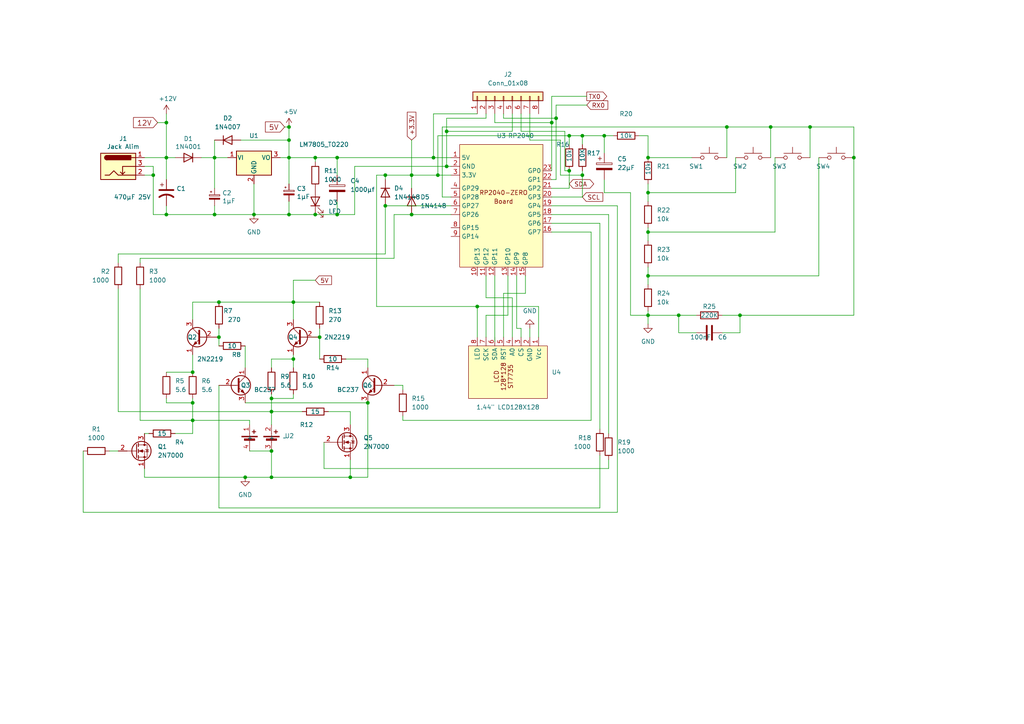
<source format=kicad_sch>
(kicad_sch (version 20230121) (generator eeschema)

  (uuid f7eb141e-9fdc-4034-80ba-75edbdc4956a)

  (paper "A4")

  (lib_symbols
    (symbol "Connector:Barrel_Jack_Switch" (pin_names hide) (in_bom yes) (on_board yes)
      (property "Reference" "J" (at 0 5.334 0)
        (effects (font (size 1.27 1.27)))
      )
      (property "Value" "Barrel_Jack_Switch" (at 0 -5.08 0)
        (effects (font (size 1.27 1.27)))
      )
      (property "Footprint" "" (at 1.27 -1.016 0)
        (effects (font (size 1.27 1.27)) hide)
      )
      (property "Datasheet" "~" (at 1.27 -1.016 0)
        (effects (font (size 1.27 1.27)) hide)
      )
      (property "ki_keywords" "DC power barrel jack connector" (at 0 0 0)
        (effects (font (size 1.27 1.27)) hide)
      )
      (property "ki_description" "DC Barrel Jack with an internal switch" (at 0 0 0)
        (effects (font (size 1.27 1.27)) hide)
      )
      (property "ki_fp_filters" "BarrelJack*" (at 0 0 0)
        (effects (font (size 1.27 1.27)) hide)
      )
      (symbol "Barrel_Jack_Switch_0_1"
        (rectangle (start -5.08 3.81) (end 5.08 -3.81)
          (stroke (width 0.254) (type default))
          (fill (type background))
        )
        (arc (start -3.302 3.175) (mid -3.9343 2.54) (end -3.302 1.905)
          (stroke (width 0.254) (type default))
          (fill (type none))
        )
        (arc (start -3.302 3.175) (mid -3.9343 2.54) (end -3.302 1.905)
          (stroke (width 0.254) (type default))
          (fill (type outline))
        )
        (polyline
          (pts
            (xy 1.27 -2.286)
            (xy 1.905 -1.651)
          )
          (stroke (width 0.254) (type default))
          (fill (type none))
        )
        (polyline
          (pts
            (xy 5.08 2.54)
            (xy 3.81 2.54)
          )
          (stroke (width 0.254) (type default))
          (fill (type none))
        )
        (polyline
          (pts
            (xy 5.08 0)
            (xy 1.27 0)
            (xy 1.27 -2.286)
            (xy 0.635 -1.651)
          )
          (stroke (width 0.254) (type default))
          (fill (type none))
        )
        (polyline
          (pts
            (xy -3.81 -2.54)
            (xy -2.54 -2.54)
            (xy -1.27 -1.27)
            (xy 0 -2.54)
            (xy 2.54 -2.54)
            (xy 5.08 -2.54)
          )
          (stroke (width 0.254) (type default))
          (fill (type none))
        )
        (rectangle (start 3.683 3.175) (end -3.302 1.905)
          (stroke (width 0.254) (type default))
          (fill (type outline))
        )
      )
      (symbol "Barrel_Jack_Switch_1_1"
        (pin passive line (at 7.62 2.54 180) (length 2.54)
          (name "~" (effects (font (size 1.27 1.27))))
          (number "1" (effects (font (size 1.27 1.27))))
        )
        (pin passive line (at 7.62 -2.54 180) (length 2.54)
          (name "~" (effects (font (size 1.27 1.27))))
          (number "2" (effects (font (size 1.27 1.27))))
        )
        (pin passive line (at 7.62 0 180) (length 2.54)
          (name "~" (effects (font (size 1.27 1.27))))
          (number "3" (effects (font (size 1.27 1.27))))
        )
      )
    )
    (symbol "Connector_Generic:Conn_01x08" (pin_names (offset 1.016) hide) (in_bom yes) (on_board yes)
      (property "Reference" "J" (at 0 10.16 0)
        (effects (font (size 1.27 1.27)))
      )
      (property "Value" "Conn_01x08" (at 0 -12.7 0)
        (effects (font (size 1.27 1.27)))
      )
      (property "Footprint" "" (at 0 0 0)
        (effects (font (size 1.27 1.27)) hide)
      )
      (property "Datasheet" "~" (at 0 0 0)
        (effects (font (size 1.27 1.27)) hide)
      )
      (property "ki_keywords" "connector" (at 0 0 0)
        (effects (font (size 1.27 1.27)) hide)
      )
      (property "ki_description" "Generic connector, single row, 01x08, script generated (kicad-library-utils/schlib/autogen/connector/)" (at 0 0 0)
        (effects (font (size 1.27 1.27)) hide)
      )
      (property "ki_fp_filters" "Connector*:*_1x??_*" (at 0 0 0)
        (effects (font (size 1.27 1.27)) hide)
      )
      (symbol "Conn_01x08_1_1"
        (rectangle (start -1.27 -10.033) (end 0 -10.287)
          (stroke (width 0.1524) (type default))
          (fill (type none))
        )
        (rectangle (start -1.27 -7.493) (end 0 -7.747)
          (stroke (width 0.1524) (type default))
          (fill (type none))
        )
        (rectangle (start -1.27 -4.953) (end 0 -5.207)
          (stroke (width 0.1524) (type default))
          (fill (type none))
        )
        (rectangle (start -1.27 -2.413) (end 0 -2.667)
          (stroke (width 0.1524) (type default))
          (fill (type none))
        )
        (rectangle (start -1.27 0.127) (end 0 -0.127)
          (stroke (width 0.1524) (type default))
          (fill (type none))
        )
        (rectangle (start -1.27 2.667) (end 0 2.413)
          (stroke (width 0.1524) (type default))
          (fill (type none))
        )
        (rectangle (start -1.27 5.207) (end 0 4.953)
          (stroke (width 0.1524) (type default))
          (fill (type none))
        )
        (rectangle (start -1.27 7.747) (end 0 7.493)
          (stroke (width 0.1524) (type default))
          (fill (type none))
        )
        (rectangle (start -1.27 8.89) (end 1.27 -11.43)
          (stroke (width 0.254) (type default))
          (fill (type background))
        )
        (pin passive line (at -5.08 7.62 0) (length 3.81)
          (name "Pin_1" (effects (font (size 1.27 1.27))))
          (number "1" (effects (font (size 1.27 1.27))))
        )
        (pin passive line (at -5.08 5.08 0) (length 3.81)
          (name "Pin_2" (effects (font (size 1.27 1.27))))
          (number "2" (effects (font (size 1.27 1.27))))
        )
        (pin passive line (at -5.08 2.54 0) (length 3.81)
          (name "Pin_3" (effects (font (size 1.27 1.27))))
          (number "3" (effects (font (size 1.27 1.27))))
        )
        (pin passive line (at -5.08 0 0) (length 3.81)
          (name "Pin_4" (effects (font (size 1.27 1.27))))
          (number "4" (effects (font (size 1.27 1.27))))
        )
        (pin passive line (at -5.08 -2.54 0) (length 3.81)
          (name "Pin_5" (effects (font (size 1.27 1.27))))
          (number "5" (effects (font (size 1.27 1.27))))
        )
        (pin passive line (at -5.08 -5.08 0) (length 3.81)
          (name "Pin_6" (effects (font (size 1.27 1.27))))
          (number "6" (effects (font (size 1.27 1.27))))
        )
        (pin passive line (at -5.08 -7.62 0) (length 3.81)
          (name "Pin_7" (effects (font (size 1.27 1.27))))
          (number "7" (effects (font (size 1.27 1.27))))
        )
        (pin passive line (at -5.08 -10.16 0) (length 3.81)
          (name "Pin_8" (effects (font (size 1.27 1.27))))
          (number "8" (effects (font (size 1.27 1.27))))
        )
      )
    )
    (symbol "Device:C" (pin_numbers hide) (pin_names (offset 0.254)) (in_bom yes) (on_board yes)
      (property "Reference" "C" (at 0.635 2.54 0)
        (effects (font (size 1.27 1.27)) (justify left))
      )
      (property "Value" "C" (at 0.635 -2.54 0)
        (effects (font (size 1.27 1.27)) (justify left))
      )
      (property "Footprint" "" (at 0.9652 -3.81 0)
        (effects (font (size 1.27 1.27)) hide)
      )
      (property "Datasheet" "~" (at 0 0 0)
        (effects (font (size 1.27 1.27)) hide)
      )
      (property "ki_keywords" "cap capacitor" (at 0 0 0)
        (effects (font (size 1.27 1.27)) hide)
      )
      (property "ki_description" "Unpolarized capacitor" (at 0 0 0)
        (effects (font (size 1.27 1.27)) hide)
      )
      (property "ki_fp_filters" "C_*" (at 0 0 0)
        (effects (font (size 1.27 1.27)) hide)
      )
      (symbol "C_0_1"
        (polyline
          (pts
            (xy -2.032 -0.762)
            (xy 2.032 -0.762)
          )
          (stroke (width 0.508) (type default))
          (fill (type none))
        )
        (polyline
          (pts
            (xy -2.032 0.762)
            (xy 2.032 0.762)
          )
          (stroke (width 0.508) (type default))
          (fill (type none))
        )
      )
      (symbol "C_1_1"
        (pin passive line (at 0 3.81 270) (length 2.794)
          (name "~" (effects (font (size 1.27 1.27))))
          (number "1" (effects (font (size 1.27 1.27))))
        )
        (pin passive line (at 0 -3.81 90) (length 2.794)
          (name "~" (effects (font (size 1.27 1.27))))
          (number "2" (effects (font (size 1.27 1.27))))
        )
      )
    )
    (symbol "Device:CP1" (pin_numbers hide) (pin_names (offset 0.254) hide) (in_bom yes) (on_board yes)
      (property "Reference" "C" (at 0.635 2.54 0)
        (effects (font (size 1.27 1.27)) (justify left))
      )
      (property "Value" "Device_CP1" (at 0.635 -2.54 0)
        (effects (font (size 1.27 1.27)) (justify left))
      )
      (property "Footprint" "" (at 0 0 0)
        (effects (font (size 1.27 1.27)) hide)
      )
      (property "Datasheet" "" (at 0 0 0)
        (effects (font (size 1.27 1.27)) hide)
      )
      (property "ki_fp_filters" "CP_*" (at 0 0 0)
        (effects (font (size 1.27 1.27)) hide)
      )
      (symbol "CP1_0_1"
        (polyline
          (pts
            (xy -2.032 0.762)
            (xy 2.032 0.762)
          )
          (stroke (width 0.508) (type default))
          (fill (type none))
        )
        (polyline
          (pts
            (xy -1.778 2.286)
            (xy -0.762 2.286)
          )
          (stroke (width 0) (type default))
          (fill (type none))
        )
        (polyline
          (pts
            (xy -1.27 1.778)
            (xy -1.27 2.794)
          )
          (stroke (width 0) (type default))
          (fill (type none))
        )
        (arc (start 2.032 -1.27) (mid 0 -0.5572) (end -2.032 -1.27)
          (stroke (width 0.508) (type default))
          (fill (type none))
        )
      )
      (symbol "CP1_1_1"
        (pin passive line (at 0 3.81 270) (length 2.794)
          (name "~" (effects (font (size 1.27 1.27))))
          (number "1" (effects (font (size 1.27 1.27))))
        )
        (pin passive line (at 0 -3.81 90) (length 3.302)
          (name "~" (effects (font (size 1.27 1.27))))
          (number "2" (effects (font (size 1.27 1.27))))
        )
      )
    )
    (symbol "Device:CP_Small" (pin_numbers hide) (pin_names (offset 0.254) hide) (in_bom yes) (on_board yes)
      (property "Reference" "C" (at 0.254 1.778 0)
        (effects (font (size 1.27 1.27)) (justify left))
      )
      (property "Value" "Device_CP_Small" (at 0.254 -2.032 0)
        (effects (font (size 1.27 1.27)) (justify left))
      )
      (property "Footprint" "" (at 0 0 0)
        (effects (font (size 1.27 1.27)) hide)
      )
      (property "Datasheet" "" (at 0 0 0)
        (effects (font (size 1.27 1.27)) hide)
      )
      (property "ki_fp_filters" "CP_*" (at 0 0 0)
        (effects (font (size 1.27 1.27)) hide)
      )
      (symbol "CP_Small_0_1"
        (rectangle (start -1.524 -0.3048) (end 1.524 -0.6858)
          (stroke (width 0) (type default))
          (fill (type outline))
        )
        (rectangle (start -1.524 0.6858) (end 1.524 0.3048)
          (stroke (width 0) (type default))
          (fill (type none))
        )
        (polyline
          (pts
            (xy -1.27 1.524)
            (xy -0.762 1.524)
          )
          (stroke (width 0) (type default))
          (fill (type none))
        )
        (polyline
          (pts
            (xy -1.016 1.27)
            (xy -1.016 1.778)
          )
          (stroke (width 0) (type default))
          (fill (type none))
        )
      )
      (symbol "CP_Small_1_1"
        (pin passive line (at 0 2.54 270) (length 1.8542)
          (name "~" (effects (font (size 1.27 1.27))))
          (number "1" (effects (font (size 1.27 1.27))))
        )
        (pin passive line (at 0 -2.54 90) (length 1.8542)
          (name "~" (effects (font (size 1.27 1.27))))
          (number "2" (effects (font (size 1.27 1.27))))
        )
      )
    )
    (symbol "Device:C_Polarized" (pin_numbers hide) (pin_names (offset 0.254)) (in_bom yes) (on_board yes)
      (property "Reference" "C" (at 0.635 2.54 0)
        (effects (font (size 1.27 1.27)) (justify left))
      )
      (property "Value" "C_Polarized" (at 0.635 -2.54 0)
        (effects (font (size 1.27 1.27)) (justify left))
      )
      (property "Footprint" "" (at 0.9652 -3.81 0)
        (effects (font (size 1.27 1.27)) hide)
      )
      (property "Datasheet" "~" (at 0 0 0)
        (effects (font (size 1.27 1.27)) hide)
      )
      (property "ki_keywords" "cap capacitor" (at 0 0 0)
        (effects (font (size 1.27 1.27)) hide)
      )
      (property "ki_description" "Polarized capacitor" (at 0 0 0)
        (effects (font (size 1.27 1.27)) hide)
      )
      (property "ki_fp_filters" "CP_*" (at 0 0 0)
        (effects (font (size 1.27 1.27)) hide)
      )
      (symbol "C_Polarized_0_1"
        (rectangle (start -2.286 0.508) (end 2.286 1.016)
          (stroke (width 0) (type default))
          (fill (type none))
        )
        (polyline
          (pts
            (xy -1.778 2.286)
            (xy -0.762 2.286)
          )
          (stroke (width 0) (type default))
          (fill (type none))
        )
        (polyline
          (pts
            (xy -1.27 2.794)
            (xy -1.27 1.778)
          )
          (stroke (width 0) (type default))
          (fill (type none))
        )
        (rectangle (start 2.286 -0.508) (end -2.286 -1.016)
          (stroke (width 0) (type default))
          (fill (type outline))
        )
      )
      (symbol "C_Polarized_1_1"
        (pin passive line (at 0 3.81 270) (length 2.794)
          (name "~" (effects (font (size 1.27 1.27))))
          (number "1" (effects (font (size 1.27 1.27))))
        )
        (pin passive line (at 0 -3.81 90) (length 2.794)
          (name "~" (effects (font (size 1.27 1.27))))
          (number "2" (effects (font (size 1.27 1.27))))
        )
      )
    )
    (symbol "Device:D" (pin_numbers hide) (pin_names (offset 1.016) hide) (in_bom yes) (on_board yes)
      (property "Reference" "D" (at 0 2.54 0)
        (effects (font (size 1.27 1.27)))
      )
      (property "Value" "D" (at 0 -2.54 0)
        (effects (font (size 1.27 1.27)))
      )
      (property "Footprint" "" (at 0 0 0)
        (effects (font (size 1.27 1.27)) hide)
      )
      (property "Datasheet" "~" (at 0 0 0)
        (effects (font (size 1.27 1.27)) hide)
      )
      (property "Sim.Device" "D" (at 0 0 0)
        (effects (font (size 1.27 1.27)) hide)
      )
      (property "Sim.Pins" "1=K 2=A" (at 0 0 0)
        (effects (font (size 1.27 1.27)) hide)
      )
      (property "ki_keywords" "diode" (at 0 0 0)
        (effects (font (size 1.27 1.27)) hide)
      )
      (property "ki_description" "Diode" (at 0 0 0)
        (effects (font (size 1.27 1.27)) hide)
      )
      (property "ki_fp_filters" "TO-???* *_Diode_* *SingleDiode* D_*" (at 0 0 0)
        (effects (font (size 1.27 1.27)) hide)
      )
      (symbol "D_0_1"
        (polyline
          (pts
            (xy -1.27 1.27)
            (xy -1.27 -1.27)
          )
          (stroke (width 0.254) (type default))
          (fill (type none))
        )
        (polyline
          (pts
            (xy 1.27 0)
            (xy -1.27 0)
          )
          (stroke (width 0) (type default))
          (fill (type none))
        )
        (polyline
          (pts
            (xy 1.27 1.27)
            (xy 1.27 -1.27)
            (xy -1.27 0)
            (xy 1.27 1.27)
          )
          (stroke (width 0.254) (type default))
          (fill (type none))
        )
      )
      (symbol "D_1_1"
        (pin passive line (at -3.81 0 0) (length 2.54)
          (name "K" (effects (font (size 1.27 1.27))))
          (number "1" (effects (font (size 1.27 1.27))))
        )
        (pin passive line (at 3.81 0 180) (length 2.54)
          (name "A" (effects (font (size 1.27 1.27))))
          (number "2" (effects (font (size 1.27 1.27))))
        )
      )
    )
    (symbol "Device:LED" (pin_numbers hide) (pin_names (offset 1.016) hide) (in_bom yes) (on_board yes)
      (property "Reference" "D" (at 0 2.54 0)
        (effects (font (size 1.27 1.27)))
      )
      (property "Value" "LED" (at 0 -2.54 0)
        (effects (font (size 1.27 1.27)))
      )
      (property "Footprint" "" (at 0 0 0)
        (effects (font (size 1.27 1.27)) hide)
      )
      (property "Datasheet" "~" (at 0 0 0)
        (effects (font (size 1.27 1.27)) hide)
      )
      (property "ki_keywords" "LED diode" (at 0 0 0)
        (effects (font (size 1.27 1.27)) hide)
      )
      (property "ki_description" "Light emitting diode" (at 0 0 0)
        (effects (font (size 1.27 1.27)) hide)
      )
      (property "ki_fp_filters" "LED* LED_SMD:* LED_THT:*" (at 0 0 0)
        (effects (font (size 1.27 1.27)) hide)
      )
      (symbol "LED_0_1"
        (polyline
          (pts
            (xy -1.27 -1.27)
            (xy -1.27 1.27)
          )
          (stroke (width 0.254) (type default))
          (fill (type none))
        )
        (polyline
          (pts
            (xy -1.27 0)
            (xy 1.27 0)
          )
          (stroke (width 0) (type default))
          (fill (type none))
        )
        (polyline
          (pts
            (xy 1.27 -1.27)
            (xy 1.27 1.27)
            (xy -1.27 0)
            (xy 1.27 -1.27)
          )
          (stroke (width 0.254) (type default))
          (fill (type none))
        )
        (polyline
          (pts
            (xy -3.048 -0.762)
            (xy -4.572 -2.286)
            (xy -3.81 -2.286)
            (xy -4.572 -2.286)
            (xy -4.572 -1.524)
          )
          (stroke (width 0) (type default))
          (fill (type none))
        )
        (polyline
          (pts
            (xy -1.778 -0.762)
            (xy -3.302 -2.286)
            (xy -2.54 -2.286)
            (xy -3.302 -2.286)
            (xy -3.302 -1.524)
          )
          (stroke (width 0) (type default))
          (fill (type none))
        )
      )
      (symbol "LED_1_1"
        (pin passive line (at -3.81 0 0) (length 2.54)
          (name "K" (effects (font (size 1.27 1.27))))
          (number "1" (effects (font (size 1.27 1.27))))
        )
        (pin passive line (at 3.81 0 180) (length 2.54)
          (name "A" (effects (font (size 1.27 1.27))))
          (number "2" (effects (font (size 1.27 1.27))))
        )
      )
    )
    (symbol "Device:R" (pin_numbers hide) (pin_names (offset 0)) (in_bom yes) (on_board yes)
      (property "Reference" "R" (at 2.032 0 90)
        (effects (font (size 1.27 1.27)))
      )
      (property "Value" "R" (at 0 0 90)
        (effects (font (size 1.27 1.27)))
      )
      (property "Footprint" "" (at -1.778 0 90)
        (effects (font (size 1.27 1.27)) hide)
      )
      (property "Datasheet" "~" (at 0 0 0)
        (effects (font (size 1.27 1.27)) hide)
      )
      (property "ki_keywords" "R res resistor" (at 0 0 0)
        (effects (font (size 1.27 1.27)) hide)
      )
      (property "ki_description" "Resistor" (at 0 0 0)
        (effects (font (size 1.27 1.27)) hide)
      )
      (property "ki_fp_filters" "R_*" (at 0 0 0)
        (effects (font (size 1.27 1.27)) hide)
      )
      (symbol "R_0_1"
        (rectangle (start -1.016 -2.54) (end 1.016 2.54)
          (stroke (width 0.254) (type default))
          (fill (type none))
        )
      )
      (symbol "R_1_1"
        (pin passive line (at 0 3.81 270) (length 1.27)
          (name "~" (effects (font (size 1.27 1.27))))
          (number "1" (effects (font (size 1.27 1.27))))
        )
        (pin passive line (at 0 -3.81 90) (length 1.27)
          (name "~" (effects (font (size 1.27 1.27))))
          (number "2" (effects (font (size 1.27 1.27))))
        )
      )
    )
    (symbol "Diode:1N4001" (pin_numbers hide) (pin_names (offset 1.016) hide) (in_bom yes) (on_board yes)
      (property "Reference" "D" (at 0 2.54 0)
        (effects (font (size 1.27 1.27)))
      )
      (property "Value" "1N4001" (at 0 -2.54 0)
        (effects (font (size 1.27 1.27)))
      )
      (property "Footprint" "Diode_THT:D_DO-41_SOD81_P10.16mm_Horizontal" (at 0 -4.445 0)
        (effects (font (size 1.27 1.27)) hide)
      )
      (property "Datasheet" "http://www.vishay.com/docs/88503/1n4001.pdf" (at 0 0 0)
        (effects (font (size 1.27 1.27)) hide)
      )
      (property "ki_keywords" "diode" (at 0 0 0)
        (effects (font (size 1.27 1.27)) hide)
      )
      (property "ki_description" "50V 1A General Purpose Rectifier Diode, DO-41" (at 0 0 0)
        (effects (font (size 1.27 1.27)) hide)
      )
      (property "ki_fp_filters" "D*DO?41*" (at 0 0 0)
        (effects (font (size 1.27 1.27)) hide)
      )
      (symbol "1N4001_0_1"
        (polyline
          (pts
            (xy -1.27 1.27)
            (xy -1.27 -1.27)
          )
          (stroke (width 0.254) (type default))
          (fill (type none))
        )
        (polyline
          (pts
            (xy 1.27 0)
            (xy -1.27 0)
          )
          (stroke (width 0) (type default))
          (fill (type none))
        )
        (polyline
          (pts
            (xy 1.27 1.27)
            (xy 1.27 -1.27)
            (xy -1.27 0)
            (xy 1.27 1.27)
          )
          (stroke (width 0.254) (type default))
          (fill (type none))
        )
      )
      (symbol "1N4001_1_1"
        (pin passive line (at -3.81 0 0) (length 2.54)
          (name "K" (effects (font (size 1.27 1.27))))
          (number "1" (effects (font (size 1.27 1.27))))
        )
        (pin passive line (at 3.81 0 180) (length 2.54)
          (name "A" (effects (font (size 1.27 1.27))))
          (number "2" (effects (font (size 1.27 1.27))))
        )
      )
    )
    (symbol "Diode:1N4007" (pin_numbers hide) (pin_names hide) (in_bom yes) (on_board yes)
      (property "Reference" "D" (at 0 2.54 0)
        (effects (font (size 1.27 1.27)))
      )
      (property "Value" "1N4007" (at 0 -2.54 0)
        (effects (font (size 1.27 1.27)))
      )
      (property "Footprint" "Diode_THT:D_DO-41_SOD81_P10.16mm_Horizontal" (at 0 -4.445 0)
        (effects (font (size 1.27 1.27)) hide)
      )
      (property "Datasheet" "http://www.vishay.com/docs/88503/1n4001.pdf" (at 0 0 0)
        (effects (font (size 1.27 1.27)) hide)
      )
      (property "Sim.Device" "D" (at 0 0 0)
        (effects (font (size 1.27 1.27)) hide)
      )
      (property "Sim.Pins" "1=K 2=A" (at 0 0 0)
        (effects (font (size 1.27 1.27)) hide)
      )
      (property "ki_keywords" "diode" (at 0 0 0)
        (effects (font (size 1.27 1.27)) hide)
      )
      (property "ki_description" "1000V 1A General Purpose Rectifier Diode, DO-41" (at 0 0 0)
        (effects (font (size 1.27 1.27)) hide)
      )
      (property "ki_fp_filters" "D*DO?41*" (at 0 0 0)
        (effects (font (size 1.27 1.27)) hide)
      )
      (symbol "1N4007_0_1"
        (polyline
          (pts
            (xy -1.27 1.27)
            (xy -1.27 -1.27)
          )
          (stroke (width 0.254) (type default))
          (fill (type none))
        )
        (polyline
          (pts
            (xy 1.27 0)
            (xy -1.27 0)
          )
          (stroke (width 0) (type default))
          (fill (type none))
        )
        (polyline
          (pts
            (xy 1.27 1.27)
            (xy 1.27 -1.27)
            (xy -1.27 0)
            (xy 1.27 1.27)
          )
          (stroke (width 0.254) (type default))
          (fill (type none))
        )
      )
      (symbol "1N4007_1_1"
        (pin passive line (at -3.81 0 0) (length 2.54)
          (name "K" (effects (font (size 1.27 1.27))))
          (number "1" (effects (font (size 1.27 1.27))))
        )
        (pin passive line (at 3.81 0 180) (length 2.54)
          (name "A" (effects (font (size 1.27 1.27))))
          (number "2" (effects (font (size 1.27 1.27))))
        )
      )
    )
    (symbol "My_Library:Cell_AA_X2" (in_bom yes) (on_board yes)
      (property "Reference" "U" (at 0 0 0)
        (effects (font (size 1.27 1.27)))
      )
      (property "Value" "" (at 0 0 0)
        (effects (font (size 1.27 1.27)))
      )
      (property "Footprint" "My_Library:AAX2_Case" (at -3.81 -2.54 0)
        (effects (font (size 1.27 1.27)) hide)
      )
      (property "Datasheet" "" (at 0 0 0)
        (effects (font (size 1.27 1.27)) hide)
      )
      (symbol "Cell_AA_X2_0_1"
        (rectangle (start -12.446 0.508) (end -7.874 0.254)
          (stroke (width 0) (type default))
          (fill (type outline))
        )
        (rectangle (start -11.684 -0.254) (end -8.636 -0.762)
          (stroke (width 0) (type default))
          (fill (type outline))
        )
        (rectangle (start -6.096 0.508) (end -1.524 0.254)
          (stroke (width 0) (type default))
          (fill (type outline))
        )
        (rectangle (start -5.334 -0.254) (end -2.286 -0.762)
          (stroke (width 0) (type default))
          (fill (type outline))
        )
        (polyline
          (pts
            (xy -10.16 -0.508)
            (xy -10.16 -1.27)
          )
          (stroke (width 0) (type default))
          (fill (type none))
        )
        (polyline
          (pts
            (xy -10.16 0.508)
            (xy -10.16 1.27)
          )
          (stroke (width 0) (type default))
          (fill (type none))
        )
        (polyline
          (pts
            (xy -9.398 1.778)
            (xy -8.382 1.778)
          )
          (stroke (width 0.254) (type default))
          (fill (type none))
        )
        (polyline
          (pts
            (xy -8.89 2.286)
            (xy -8.89 1.27)
          )
          (stroke (width 0.254) (type default))
          (fill (type none))
        )
        (polyline
          (pts
            (xy -3.81 -0.508)
            (xy -3.81 -1.27)
          )
          (stroke (width 0) (type default))
          (fill (type none))
        )
        (polyline
          (pts
            (xy -3.81 0.508)
            (xy -3.81 1.27)
          )
          (stroke (width 0) (type default))
          (fill (type none))
        )
        (polyline
          (pts
            (xy -3.048 1.778)
            (xy -2.032 1.778)
          )
          (stroke (width 0.254) (type default))
          (fill (type none))
        )
        (polyline
          (pts
            (xy -2.54 2.286)
            (xy -2.54 1.27)
          )
          (stroke (width 0.254) (type default))
          (fill (type none))
        )
      )
      (symbol "Cell_AA_X2_1_1"
        (pin passive line (at -10.16 3.81 270) (length 2.54)
          (name "+" (effects (font (size 1.27 1.27))))
          (number "1" (effects (font (size 1.27 1.27))))
        )
        (pin passive line (at -3.81 3.81 270) (length 2.54)
          (name "+" (effects (font (size 1.27 1.27))))
          (number "2" (effects (font (size 1.27 1.27))))
        )
        (pin passive line (at -3.81 -3.81 90) (length 2.54)
          (name "-" (effects (font (size 1.27 1.27))))
          (number "3" (effects (font (size 1.27 1.27))))
        )
        (pin passive line (at -10.16 -3.81 90) (length 2.54)
          (name "-" (effects (font (size 1.27 1.27))))
          (number "4" (effects (font (size 1.27 1.27))))
        )
      )
    )
    (symbol "My_Library:LCD_128X128" (in_bom yes) (on_board yes)
      (property "Reference" "U" (at 0 0 0)
        (effects (font (size 1.27 1.27)))
      )
      (property "Value" "" (at 0 0 0)
        (effects (font (size 1.27 1.27)))
      )
      (property "Footprint" "" (at 0 0 0)
        (effects (font (size 1.27 1.27)) hide)
      )
      (property "Datasheet" "" (at 0 0 0)
        (effects (font (size 1.27 1.27)) hide)
      )
      (symbol "LCD_128X128_1_1"
        (rectangle (start -6.35 6.35) (end 8.89 -16.51)
          (stroke (width 0) (type default))
          (fill (type background))
        )
        (text "LCD\n128*128\nST7735" (at 2.54 -6.35 0)
          (effects (font (size 1.27 1.27)))
        )
        (pin power_in line (at -8.89 3.81 0) (length 2.54)
          (name "Vcc" (effects (font (size 1.27 1.27))))
          (number "1" (effects (font (size 1.27 1.27))))
        )
        (pin power_in line (at -8.89 1.27 0) (length 2.54)
          (name "GND" (effects (font (size 1.27 1.27))))
          (number "2" (effects (font (size 1.27 1.27))))
        )
        (pin input line (at -8.89 -1.27 0) (length 2.54)
          (name "CS" (effects (font (size 1.27 1.27))))
          (number "3" (effects (font (size 1.27 1.27))))
        )
        (pin input line (at -8.89 -3.81 0) (length 2.54)
          (name "A0" (effects (font (size 1.27 1.27))))
          (number "4" (effects (font (size 1.27 1.27))))
        )
        (pin input line (at -8.89 -6.35 0) (length 2.54)
          (name "RST" (effects (font (size 1.27 1.27))))
          (number "5" (effects (font (size 1.27 1.27))))
        )
        (pin input line (at -8.89 -8.89 0) (length 2.54)
          (name "SDA" (effects (font (size 1.27 1.27))))
          (number "6" (effects (font (size 1.27 1.27))))
        )
        (pin input line (at -8.89 -11.43 0) (length 2.54)
          (name "SCK" (effects (font (size 1.27 1.27))))
          (number "7" (effects (font (size 1.27 1.27))))
        )
        (pin power_in line (at -8.89 -13.97 0) (length 2.54)
          (name "LED" (effects (font (size 1.27 1.27))))
          (number "8" (effects (font (size 1.27 1.27))))
        )
      )
    )
    (symbol "My_Library:MCU_RP2040_Zero" (in_bom yes) (on_board yes)
      (property "Reference" "U" (at -3.81 8.89 0)
        (effects (font (size 1.27 1.27)))
      )
      (property "Value" "" (at 12.7 1.27 0)
        (effects (font (size 1.27 1.27)))
      )
      (property "Footprint" "" (at 12.7 1.27 0)
        (effects (font (size 1.27 1.27)) hide)
      )
      (property "Datasheet" "" (at 12.7 1.27 0)
        (effects (font (size 1.27 1.27)) hide)
      )
      (symbol "MCU_RP2040_Zero_1_1"
        (rectangle (start -15.24 13.97) (end 8.89 -21.59)
          (stroke (width 0) (type default))
          (fill (type background))
        )
        (text "Board\n" (at -2.54 -2.54 0)
          (effects (font (size 1.27 1.27)))
        )
        (text "RP2040-ZERO" (at -2.54 0 0)
          (effects (font (size 1.27 1.27)))
        )
        (pin power_in line (at -17.78 10.16 0) (length 2.54)
          (name "5V" (effects (font (size 1.27 1.27))))
          (number "1" (effects (font (size 1.27 1.27))))
        )
        (pin bidirectional line (at -10.16 -24.13 90) (length 2.54)
          (name "GP13" (effects (font (size 1.27 1.27))))
          (number "10" (effects (font (size 1.27 1.27))))
        )
        (pin bidirectional line (at -7.62 -24.13 90) (length 2.54)
          (name "GP12" (effects (font (size 1.27 1.27))))
          (number "11" (effects (font (size 1.27 1.27))))
        )
        (pin bidirectional line (at -5.08 -24.13 90) (length 2.54)
          (name "GP11" (effects (font (size 1.27 1.27))))
          (number "12" (effects (font (size 1.27 1.27))))
        )
        (pin bidirectional line (at -1.27 -24.13 90) (length 2.54)
          (name "GP10" (effects (font (size 1.27 1.27))))
          (number "13" (effects (font (size 1.27 1.27))))
        )
        (pin bidirectional line (at 1.27 -24.13 90) (length 2.54)
          (name "GP9" (effects (font (size 1.27 1.27))))
          (number "14" (effects (font (size 1.27 1.27))))
        )
        (pin bidirectional line (at 3.81 -24.13 90) (length 2.54)
          (name "GP8" (effects (font (size 1.27 1.27))))
          (number "15" (effects (font (size 1.27 1.27))))
        )
        (pin bidirectional line (at 11.43 -11.43 180) (length 2.54)
          (name "GP7" (effects (font (size 1.27 1.27))))
          (number "16" (effects (font (size 1.27 1.27))))
        )
        (pin bidirectional line (at 11.43 -8.89 180) (length 2.54)
          (name "GP6" (effects (font (size 1.27 1.27))))
          (number "17" (effects (font (size 1.27 1.27))))
        )
        (pin bidirectional line (at 11.43 -6.35 180) (length 2.54)
          (name "GP5" (effects (font (size 1.27 1.27))))
          (number "18" (effects (font (size 1.27 1.27))))
        )
        (pin bidirectional line (at 11.43 -3.81 180) (length 2.54)
          (name "GP4" (effects (font (size 1.27 1.27))))
          (number "19" (effects (font (size 1.27 1.27))))
          (alternate "RX" input line)
        )
        (pin unspecified line (at -17.78 7.62 0) (length 2.54)
          (name "GND" (effects (font (size 1.27 1.27))))
          (number "2" (effects (font (size 1.27 1.27))))
        )
        (pin bidirectional line (at 11.43 -1.27 180) (length 2.54)
          (name "GP3" (effects (font (size 1.27 1.27))))
          (number "20" (effects (font (size 1.27 1.27))))
        )
        (pin bidirectional line (at 11.43 1.27 180) (length 2.54)
          (name "GP2" (effects (font (size 1.27 1.27))))
          (number "21" (effects (font (size 1.27 1.27))))
        )
        (pin bidirectional line (at 11.43 3.81 180) (length 2.54)
          (name "GP1" (effects (font (size 1.27 1.27))))
          (number "22" (effects (font (size 1.27 1.27))))
        )
        (pin bidirectional line (at 11.43 6.35 180) (length 2.54)
          (name "GP0" (effects (font (size 1.27 1.27))))
          (number "23" (effects (font (size 1.27 1.27))))
        )
        (pin power_out line (at -17.78 5.08 0) (length 2.54)
          (name "3.3V" (effects (font (size 1.27 1.27))))
          (number "3" (effects (font (size 1.27 1.27))))
        )
        (pin bidirectional line (at -17.78 1.27 0) (length 2.54)
          (name "GP29" (effects (font (size 1.27 1.27))))
          (number "4" (effects (font (size 1.27 1.27))))
        )
        (pin bidirectional line (at -17.78 -1.27 0) (length 2.54)
          (name "GP28" (effects (font (size 1.27 1.27))))
          (number "5" (effects (font (size 1.27 1.27))))
        )
        (pin bidirectional line (at -17.78 -3.81 0) (length 2.54)
          (name "GP27" (effects (font (size 1.27 1.27))))
          (number "6" (effects (font (size 1.27 1.27))))
        )
        (pin bidirectional line (at -17.78 -6.35 0) (length 2.54)
          (name "GP26" (effects (font (size 1.27 1.27))))
          (number "7" (effects (font (size 1.27 1.27))))
        )
        (pin bidirectional line (at -17.78 -10.16 0) (length 2.54)
          (name "GP15" (effects (font (size 1.27 1.27))))
          (number "8" (effects (font (size 1.27 1.27))))
        )
        (pin bidirectional line (at -17.78 -12.7 0) (length 2.54)
          (name "GP14" (effects (font (size 1.27 1.27))))
          (number "9" (effects (font (size 1.27 1.27))))
        )
      )
    )
    (symbol "Regulator_Linear:LM7805_TO220" (pin_names (offset 0.254)) (in_bom yes) (on_board yes)
      (property "Reference" "U" (at -3.81 3.175 0)
        (effects (font (size 1.27 1.27)))
      )
      (property "Value" "LM7805_TO220" (at 0 3.175 0)
        (effects (font (size 1.27 1.27)) (justify left))
      )
      (property "Footprint" "Package_TO_SOT_THT:TO-220-3_Vertical" (at 0 5.715 0)
        (effects (font (size 1.27 1.27) italic) hide)
      )
      (property "Datasheet" "https://www.onsemi.cn/PowerSolutions/document/MC7800-D.PDF" (at 0 -1.27 0)
        (effects (font (size 1.27 1.27)) hide)
      )
      (property "ki_keywords" "Voltage Regulator 1A Positive" (at 0 0 0)
        (effects (font (size 1.27 1.27)) hide)
      )
      (property "ki_description" "Positive 1A 35V Linear Regulator, Fixed Output 5V, TO-220" (at 0 0 0)
        (effects (font (size 1.27 1.27)) hide)
      )
      (property "ki_fp_filters" "TO?220*" (at 0 0 0)
        (effects (font (size 1.27 1.27)) hide)
      )
      (symbol "LM7805_TO220_0_1"
        (rectangle (start -5.08 1.905) (end 5.08 -5.08)
          (stroke (width 0.254) (type default))
          (fill (type background))
        )
      )
      (symbol "LM7805_TO220_1_1"
        (pin power_in line (at -7.62 0 0) (length 2.54)
          (name "VI" (effects (font (size 1.27 1.27))))
          (number "1" (effects (font (size 1.27 1.27))))
        )
        (pin power_in line (at 0 -7.62 90) (length 2.54)
          (name "GND" (effects (font (size 1.27 1.27))))
          (number "2" (effects (font (size 1.27 1.27))))
        )
        (pin power_out line (at 7.62 0 180) (length 2.54)
          (name "VO" (effects (font (size 1.27 1.27))))
          (number "3" (effects (font (size 1.27 1.27))))
        )
      )
    )
    (symbol "Switch:SW_Push" (pin_numbers hide) (pin_names (offset 1.016) hide) (in_bom yes) (on_board yes)
      (property "Reference" "SW" (at 1.27 2.54 0)
        (effects (font (size 1.27 1.27)) (justify left))
      )
      (property "Value" "SW_Push" (at 0 -1.524 0)
        (effects (font (size 1.27 1.27)))
      )
      (property "Footprint" "" (at 0 5.08 0)
        (effects (font (size 1.27 1.27)) hide)
      )
      (property "Datasheet" "~" (at 0 5.08 0)
        (effects (font (size 1.27 1.27)) hide)
      )
      (property "ki_keywords" "switch normally-open pushbutton push-button" (at 0 0 0)
        (effects (font (size 1.27 1.27)) hide)
      )
      (property "ki_description" "Push button switch, generic, two pins" (at 0 0 0)
        (effects (font (size 1.27 1.27)) hide)
      )
      (symbol "SW_Push_0_1"
        (circle (center -2.032 0) (radius 0.508)
          (stroke (width 0) (type default))
          (fill (type none))
        )
        (polyline
          (pts
            (xy 0 1.27)
            (xy 0 3.048)
          )
          (stroke (width 0) (type default))
          (fill (type none))
        )
        (polyline
          (pts
            (xy 2.54 1.27)
            (xy -2.54 1.27)
          )
          (stroke (width 0) (type default))
          (fill (type none))
        )
        (circle (center 2.032 0) (radius 0.508)
          (stroke (width 0) (type default))
          (fill (type none))
        )
        (pin passive line (at -5.08 0 0) (length 2.54)
          (name "1" (effects (font (size 1.27 1.27))))
          (number "1" (effects (font (size 1.27 1.27))))
        )
        (pin passive line (at 5.08 0 180) (length 2.54)
          (name "2" (effects (font (size 1.27 1.27))))
          (number "2" (effects (font (size 1.27 1.27))))
        )
      )
    )
    (symbol "Transistor_BJT:2N2219" (pin_names (offset 0) hide) (in_bom yes) (on_board yes)
      (property "Reference" "Q" (at 5.08 1.905 0)
        (effects (font (size 1.27 1.27)) (justify left))
      )
      (property "Value" "2N2219" (at 5.08 0 0)
        (effects (font (size 1.27 1.27)) (justify left))
      )
      (property "Footprint" "Package_TO_SOT_THT:TO-39-3" (at 5.08 -1.905 0)
        (effects (font (size 1.27 1.27) italic) (justify left) hide)
      )
      (property "Datasheet" "http://www.onsemi.com/pub_link/Collateral/2N2219-D.PDF" (at 0 0 0)
        (effects (font (size 1.27 1.27)) (justify left) hide)
      )
      (property "ki_keywords" "NPN Transistor" (at 0 0 0)
        (effects (font (size 1.27 1.27)) hide)
      )
      (property "ki_description" "800mA Ic, 50V Vce, NPN Transistor, TO-39" (at 0 0 0)
        (effects (font (size 1.27 1.27)) hide)
      )
      (property "ki_fp_filters" "TO?39*" (at 0 0 0)
        (effects (font (size 1.27 1.27)) hide)
      )
      (symbol "2N2219_0_1"
        (polyline
          (pts
            (xy 0.635 0.635)
            (xy 2.54 2.54)
          )
          (stroke (width 0) (type default))
          (fill (type none))
        )
        (polyline
          (pts
            (xy 0.635 -0.635)
            (xy 2.54 -2.54)
            (xy 2.54 -2.54)
          )
          (stroke (width 0) (type default))
          (fill (type none))
        )
        (polyline
          (pts
            (xy 0.635 1.905)
            (xy 0.635 -1.905)
            (xy 0.635 -1.905)
          )
          (stroke (width 0.508) (type default))
          (fill (type none))
        )
        (polyline
          (pts
            (xy 1.27 -1.778)
            (xy 1.778 -1.27)
            (xy 2.286 -2.286)
            (xy 1.27 -1.778)
            (xy 1.27 -1.778)
          )
          (stroke (width 0) (type default))
          (fill (type outline))
        )
        (circle (center 1.27 0) (radius 2.8194)
          (stroke (width 0.254) (type default))
          (fill (type none))
        )
      )
      (symbol "2N2219_1_1"
        (pin passive line (at 2.54 -5.08 90) (length 2.54)
          (name "E" (effects (font (size 1.27 1.27))))
          (number "1" (effects (font (size 1.27 1.27))))
        )
        (pin passive line (at -5.08 0 0) (length 5.715)
          (name "B" (effects (font (size 1.27 1.27))))
          (number "2" (effects (font (size 1.27 1.27))))
        )
        (pin passive line (at 2.54 5.08 270) (length 2.54)
          (name "C" (effects (font (size 1.27 1.27))))
          (number "3" (effects (font (size 1.27 1.27))))
        )
      )
    )
    (symbol "Transistor_BJT:BC237" (pin_names (offset 0) hide) (in_bom yes) (on_board yes)
      (property "Reference" "Q" (at 5.08 1.905 0)
        (effects (font (size 1.27 1.27)) (justify left))
      )
      (property "Value" "BC237" (at 5.08 0 0)
        (effects (font (size 1.27 1.27)) (justify left))
      )
      (property "Footprint" "Package_TO_SOT_THT:TO-92_Inline" (at 5.08 -1.905 0)
        (effects (font (size 1.27 1.27) italic) (justify left) hide)
      )
      (property "Datasheet" "http://www.onsemi.com/pub_link/Collateral/BC237-D.PDF" (at 0 0 0)
        (effects (font (size 1.27 1.27)) (justify left) hide)
      )
      (property "ki_keywords" "Epitaxial Silicon NPN Transistor" (at 0 0 0)
        (effects (font (size 1.27 1.27)) hide)
      )
      (property "ki_description" "100mA Ic, 50V Vce, Epitaxial Silicon NPN Transistor, TO-92" (at 0 0 0)
        (effects (font (size 1.27 1.27)) hide)
      )
      (property "ki_fp_filters" "TO?92*" (at 0 0 0)
        (effects (font (size 1.27 1.27)) hide)
      )
      (symbol "BC237_0_1"
        (polyline
          (pts
            (xy 0 0)
            (xy 0.635 0)
          )
          (stroke (width 0) (type default))
          (fill (type none))
        )
        (polyline
          (pts
            (xy 0.635 0.635)
            (xy 2.54 2.54)
          )
          (stroke (width 0) (type default))
          (fill (type none))
        )
        (polyline
          (pts
            (xy 0.635 -0.635)
            (xy 2.54 -2.54)
            (xy 2.54 -2.54)
          )
          (stroke (width 0) (type default))
          (fill (type none))
        )
        (polyline
          (pts
            (xy 0.635 1.905)
            (xy 0.635 -1.905)
            (xy 0.635 -1.905)
          )
          (stroke (width 0.508) (type default))
          (fill (type none))
        )
        (polyline
          (pts
            (xy 1.27 -1.778)
            (xy 1.778 -1.27)
            (xy 2.286 -2.286)
            (xy 1.27 -1.778)
            (xy 1.27 -1.778)
          )
          (stroke (width 0) (type default))
          (fill (type outline))
        )
        (circle (center 1.27 0) (radius 2.8194)
          (stroke (width 0.254) (type default))
          (fill (type none))
        )
      )
      (symbol "BC237_1_1"
        (pin passive line (at 2.54 5.08 270) (length 2.54)
          (name "C" (effects (font (size 1.27 1.27))))
          (number "1" (effects (font (size 1.27 1.27))))
        )
        (pin input line (at -5.08 0 0) (length 5.08)
          (name "B" (effects (font (size 1.27 1.27))))
          (number "2" (effects (font (size 1.27 1.27))))
        )
        (pin passive line (at 2.54 -5.08 90) (length 2.54)
          (name "E" (effects (font (size 1.27 1.27))))
          (number "3" (effects (font (size 1.27 1.27))))
        )
      )
    )
    (symbol "Transistor_FET:2N7000" (pin_names hide) (in_bom yes) (on_board yes)
      (property "Reference" "Q" (at 5.08 1.905 0)
        (effects (font (size 1.27 1.27)) (justify left))
      )
      (property "Value" "2N7000" (at 5.08 0 0)
        (effects (font (size 1.27 1.27)) (justify left))
      )
      (property "Footprint" "Package_TO_SOT_THT:TO-92_Inline" (at 5.08 -1.905 0)
        (effects (font (size 1.27 1.27) italic) (justify left) hide)
      )
      (property "Datasheet" "https://www.vishay.com/docs/70226/70226.pdf" (at 5.08 -3.81 0)
        (effects (font (size 1.27 1.27)) (justify left) hide)
      )
      (property "ki_keywords" "N-Channel MOSFET Logic-Level" (at 0 0 0)
        (effects (font (size 1.27 1.27)) hide)
      )
      (property "ki_description" "0.2A Id, 200V Vds, N-Channel MOSFET, 2.6V Logic Level, TO-92" (at 0 0 0)
        (effects (font (size 1.27 1.27)) hide)
      )
      (property "ki_fp_filters" "TO?92*" (at 0 0 0)
        (effects (font (size 1.27 1.27)) hide)
      )
      (symbol "2N7000_0_1"
        (polyline
          (pts
            (xy 0.254 0)
            (xy -2.54 0)
          )
          (stroke (width 0) (type default))
          (fill (type none))
        )
        (polyline
          (pts
            (xy 0.254 1.905)
            (xy 0.254 -1.905)
          )
          (stroke (width 0.254) (type default))
          (fill (type none))
        )
        (polyline
          (pts
            (xy 0.762 -1.27)
            (xy 0.762 -2.286)
          )
          (stroke (width 0.254) (type default))
          (fill (type none))
        )
        (polyline
          (pts
            (xy 0.762 0.508)
            (xy 0.762 -0.508)
          )
          (stroke (width 0.254) (type default))
          (fill (type none))
        )
        (polyline
          (pts
            (xy 0.762 2.286)
            (xy 0.762 1.27)
          )
          (stroke (width 0.254) (type default))
          (fill (type none))
        )
        (polyline
          (pts
            (xy 2.54 2.54)
            (xy 2.54 1.778)
          )
          (stroke (width 0) (type default))
          (fill (type none))
        )
        (polyline
          (pts
            (xy 2.54 -2.54)
            (xy 2.54 0)
            (xy 0.762 0)
          )
          (stroke (width 0) (type default))
          (fill (type none))
        )
        (polyline
          (pts
            (xy 0.762 -1.778)
            (xy 3.302 -1.778)
            (xy 3.302 1.778)
            (xy 0.762 1.778)
          )
          (stroke (width 0) (type default))
          (fill (type none))
        )
        (polyline
          (pts
            (xy 1.016 0)
            (xy 2.032 0.381)
            (xy 2.032 -0.381)
            (xy 1.016 0)
          )
          (stroke (width 0) (type default))
          (fill (type outline))
        )
        (polyline
          (pts
            (xy 2.794 0.508)
            (xy 2.921 0.381)
            (xy 3.683 0.381)
            (xy 3.81 0.254)
          )
          (stroke (width 0) (type default))
          (fill (type none))
        )
        (polyline
          (pts
            (xy 3.302 0.381)
            (xy 2.921 -0.254)
            (xy 3.683 -0.254)
            (xy 3.302 0.381)
          )
          (stroke (width 0) (type default))
          (fill (type none))
        )
        (circle (center 1.651 0) (radius 2.794)
          (stroke (width 0.254) (type default))
          (fill (type none))
        )
        (circle (center 2.54 -1.778) (radius 0.254)
          (stroke (width 0) (type default))
          (fill (type outline))
        )
        (circle (center 2.54 1.778) (radius 0.254)
          (stroke (width 0) (type default))
          (fill (type outline))
        )
      )
      (symbol "2N7000_1_1"
        (pin passive line (at 2.54 -5.08 90) (length 2.54)
          (name "S" (effects (font (size 1.27 1.27))))
          (number "1" (effects (font (size 1.27 1.27))))
        )
        (pin input line (at -5.08 0 0) (length 2.54)
          (name "G" (effects (font (size 1.27 1.27))))
          (number "2" (effects (font (size 1.27 1.27))))
        )
        (pin passive line (at 2.54 5.08 270) (length 2.54)
          (name "D" (effects (font (size 1.27 1.27))))
          (number "3" (effects (font (size 1.27 1.27))))
        )
      )
    )
    (symbol "power:+12V" (power) (pin_names (offset 0)) (in_bom yes) (on_board yes)
      (property "Reference" "#PWR" (at 0 -3.81 0)
        (effects (font (size 1.27 1.27)) hide)
      )
      (property "Value" "+12V" (at 0 3.556 0)
        (effects (font (size 1.27 1.27)))
      )
      (property "Footprint" "" (at 0 0 0)
        (effects (font (size 1.27 1.27)) hide)
      )
      (property "Datasheet" "" (at 0 0 0)
        (effects (font (size 1.27 1.27)) hide)
      )
      (property "ki_keywords" "power-flag" (at 0 0 0)
        (effects (font (size 1.27 1.27)) hide)
      )
      (property "ki_description" "Power symbol creates a global label with name \"+12V\"" (at 0 0 0)
        (effects (font (size 1.27 1.27)) hide)
      )
      (symbol "+12V_0_1"
        (polyline
          (pts
            (xy -0.762 1.27)
            (xy 0 2.54)
          )
          (stroke (width 0) (type default))
          (fill (type none))
        )
        (polyline
          (pts
            (xy 0 0)
            (xy 0 2.54)
          )
          (stroke (width 0) (type default))
          (fill (type none))
        )
        (polyline
          (pts
            (xy 0 2.54)
            (xy 0.762 1.27)
          )
          (stroke (width 0) (type default))
          (fill (type none))
        )
      )
      (symbol "+12V_1_1"
        (pin power_in line (at 0 0 90) (length 0) hide
          (name "+12V" (effects (font (size 1.27 1.27))))
          (number "1" (effects (font (size 1.27 1.27))))
        )
      )
    )
    (symbol "power:+5V" (power) (pin_names (offset 0)) (in_bom yes) (on_board yes)
      (property "Reference" "#PWR" (at 0 -3.81 0)
        (effects (font (size 1.27 1.27)) hide)
      )
      (property "Value" "+5V" (at 0 3.556 0)
        (effects (font (size 1.27 1.27)))
      )
      (property "Footprint" "" (at 0 0 0)
        (effects (font (size 1.27 1.27)) hide)
      )
      (property "Datasheet" "" (at 0 0 0)
        (effects (font (size 1.27 1.27)) hide)
      )
      (property "ki_keywords" "power-flag" (at 0 0 0)
        (effects (font (size 1.27 1.27)) hide)
      )
      (property "ki_description" "Power symbol creates a global label with name \"+5V\"" (at 0 0 0)
        (effects (font (size 1.27 1.27)) hide)
      )
      (symbol "+5V_0_1"
        (polyline
          (pts
            (xy -0.762 1.27)
            (xy 0 2.54)
          )
          (stroke (width 0) (type default))
          (fill (type none))
        )
        (polyline
          (pts
            (xy 0 0)
            (xy 0 2.54)
          )
          (stroke (width 0) (type default))
          (fill (type none))
        )
        (polyline
          (pts
            (xy 0 2.54)
            (xy 0.762 1.27)
          )
          (stroke (width 0) (type default))
          (fill (type none))
        )
      )
      (symbol "+5V_1_1"
        (pin power_in line (at 0 0 90) (length 0) hide
          (name "+5V" (effects (font (size 1.27 1.27))))
          (number "1" (effects (font (size 1.27 1.27))))
        )
      )
    )
    (symbol "power:GND" (power) (pin_names (offset 0)) (in_bom yes) (on_board yes)
      (property "Reference" "#PWR" (at 0 -6.35 0)
        (effects (font (size 1.27 1.27)) hide)
      )
      (property "Value" "GND" (at 0 -3.81 0)
        (effects (font (size 1.27 1.27)))
      )
      (property "Footprint" "" (at 0 0 0)
        (effects (font (size 1.27 1.27)) hide)
      )
      (property "Datasheet" "" (at 0 0 0)
        (effects (font (size 1.27 1.27)) hide)
      )
      (property "ki_keywords" "global power" (at 0 0 0)
        (effects (font (size 1.27 1.27)) hide)
      )
      (property "ki_description" "Power symbol creates a global label with name \"GND\" , ground" (at 0 0 0)
        (effects (font (size 1.27 1.27)) hide)
      )
      (symbol "GND_0_1"
        (polyline
          (pts
            (xy 0 0)
            (xy 0 -1.27)
            (xy 1.27 -1.27)
            (xy 0 -2.54)
            (xy -1.27 -1.27)
            (xy 0 -1.27)
          )
          (stroke (width 0) (type default))
          (fill (type none))
        )
      )
      (symbol "GND_1_1"
        (pin power_in line (at 0 0 270) (length 0) hide
          (name "GND" (effects (font (size 1.27 1.27))))
          (number "1" (effects (font (size 1.27 1.27))))
        )
      )
    )
  )

  (junction (at 168.91 39.37) (diameter 0) (color 0 0 0 0)
    (uuid 07e08bfa-8fe0-43fe-8ad4-492515d7d3a1)
  )
  (junction (at 187.96 91.44) (diameter 0) (color 0 0 0 0)
    (uuid 130959f9-bb54-4c56-b6d5-c681d6a4eea8)
  )
  (junction (at 92.71 97.79) (diameter 0) (color 0 0 0 0)
    (uuid 14cdf483-ee9e-4cb1-aab0-07264a3f48d2)
  )
  (junction (at 247.65 45.72) (diameter 0) (color 0 0 0 0)
    (uuid 165e1b43-3f42-485a-9af9-d5a2abf31aa9)
  )
  (junction (at 234.95 36.83) (diameter 0) (color 0 0 0 0)
    (uuid 17576ea9-a570-467e-ad0a-0fe2a936f70d)
  )
  (junction (at 223.52 36.83) (diameter 0) (color 0 0 0 0)
    (uuid 18170a44-1143-4797-9420-31236c42d567)
  )
  (junction (at 175.26 39.37) (diameter 0) (color 0 0 0 0)
    (uuid 1cc3ffd1-ac55-4d61-b092-a3d09b83bc9f)
  )
  (junction (at 55.88 107.95) (diameter 0) (color 0 0 0 0)
    (uuid 1e858a57-1ea3-4468-8eb1-a1b3c460e1f0)
  )
  (junction (at 160.02 35.56) (diameter 0) (color 0 0 0 0)
    (uuid 20d84a83-d6aa-4cf0-a5fe-f1c6e0b18e9c)
  )
  (junction (at 85.09 104.14) (diameter 0) (color 0 0 0 0)
    (uuid 28ceb328-9422-4424-8023-46d75fa31488)
  )
  (junction (at 48.26 45.72) (diameter 0) (color 0 0 0 0)
    (uuid 2b97bb68-0076-4e56-a5c9-7004c60b8317)
  )
  (junction (at 55.88 116.84) (diameter 0) (color 0 0 0 0)
    (uuid 2dbe9261-aae3-44b8-a9a3-c050cd57e12f)
  )
  (junction (at 91.44 45.72) (diameter 0) (color 0 0 0 0)
    (uuid 30d60087-8dde-4933-9f46-c0cb301cb830)
  )
  (junction (at 210.82 36.83) (diameter 0) (color 0 0 0 0)
    (uuid 315810e8-a6f6-4465-ae1c-d8159e2820a6)
  )
  (junction (at 119.38 50.8) (diameter 0) (color 0 0 0 0)
    (uuid 31a73c38-12ce-4d65-85ce-f2afec9b6868)
  )
  (junction (at 62.23 62.23) (diameter 0) (color 0 0 0 0)
    (uuid 3940ccd8-32c9-44ec-8561-20aeff618243)
  )
  (junction (at 165.1 39.37) (diameter 0) (color 0 0 0 0)
    (uuid 39c7bb43-37fb-4ad8-a239-bb434a9207a3)
  )
  (junction (at 97.79 62.23) (diameter 0) (color 0 0 0 0)
    (uuid 3b288f34-fdd5-4150-9e49-87e3c7fb4f8e)
  )
  (junction (at 48.26 62.23) (diameter 0) (color 0 0 0 0)
    (uuid 3ece1d32-2aaa-4cd5-bce1-988c6f08188d)
  )
  (junction (at 127 50.8) (diameter 0) (color 0 0 0 0)
    (uuid 4506b602-3bd9-4bf9-a216-d6a12a043d19)
  )
  (junction (at 44.45 50.8) (diameter 0) (color 0 0 0 0)
    (uuid 48a82f3d-b3cb-4dec-9a5f-a20690e44cbb)
  )
  (junction (at 196.85 91.44) (diameter 0) (color 0 0 0 0)
    (uuid 55cd0f40-2c90-479a-8766-fac6aa63abd7)
  )
  (junction (at 55.88 121.92) (diameter 0) (color 0 0 0 0)
    (uuid 57bd45aa-dc0f-4638-a6db-e0ea4f6c7343)
  )
  (junction (at 111.76 50.8) (diameter 0) (color 0 0 0 0)
    (uuid 58418176-0a61-45a1-b140-07508275681a)
  )
  (junction (at 63.5 97.79) (diameter 0) (color 0 0 0 0)
    (uuid 5e169844-65b9-4f3d-a91d-de23790049bf)
  )
  (junction (at 187.96 80.01) (diameter 0) (color 0 0 0 0)
    (uuid 651b4785-1721-4037-b8d8-108a6de75da2)
  )
  (junction (at 129.54 38.1) (diameter 0) (color 0 0 0 0)
    (uuid 656c6af7-c61d-43f1-b76f-983b32df78cd)
  )
  (junction (at 83.82 36.83) (diameter 0) (color 0 0 0 0)
    (uuid 6b86b26a-3a53-4467-a8c1-83a790fe924e)
  )
  (junction (at 138.43 88.9) (diameter 0) (color 0 0 0 0)
    (uuid 76013060-c95b-4dcc-a0e1-b32e60b3e58d)
  )
  (junction (at 71.12 138.43) (diameter 0) (color 0 0 0 0)
    (uuid 78e2451d-c291-4d87-b11b-05f158afdb41)
  )
  (junction (at 111.76 59.69) (diameter 0) (color 0 0 0 0)
    (uuid 79215e54-9092-42cc-8168-4d19c6dfb316)
  )
  (junction (at 83.82 45.72) (diameter 0) (color 0 0 0 0)
    (uuid 875b97d1-1154-40cb-b6c7-80b4bf4a55c9)
  )
  (junction (at 187.96 67.31) (diameter 0) (color 0 0 0 0)
    (uuid 87af3c9a-e3bd-4041-b7ae-dbc8987df542)
  )
  (junction (at 187.96 55.88) (diameter 0) (color 0 0 0 0)
    (uuid 9bc15bcc-8f7c-4292-a9c1-a4853592051d)
  )
  (junction (at 85.09 87.63) (diameter 0) (color 0 0 0 0)
    (uuid a124a724-f8ba-4f67-a95a-a75ca7c1de46)
  )
  (junction (at 78.74 138.43) (diameter 0) (color 0 0 0 0)
    (uuid a3522987-c4ac-48fc-bf39-0f946d79b3b4)
  )
  (junction (at 97.79 45.72) (diameter 0) (color 0 0 0 0)
    (uuid a4824253-22e7-4ecb-883d-22d291f78cbf)
  )
  (junction (at 73.66 62.23) (diameter 0) (color 0 0 0 0)
    (uuid a7d89e83-1fb6-48e5-8230-7af429a22afb)
  )
  (junction (at 187.96 45.72) (diameter 0) (color 0 0 0 0)
    (uuid a9a03a7e-1a86-44c4-aef4-be513f7f3b3c)
  )
  (junction (at 83.82 62.23) (diameter 0) (color 0 0 0 0)
    (uuid aed81c0c-90ba-4dcb-898e-f78ed93858c2)
  )
  (junction (at 78.74 115.57) (diameter 0) (color 0 0 0 0)
    (uuid b0344428-08b8-443e-8822-b1f6644bc888)
  )
  (junction (at 161.29 34.29) (diameter 0) (color 0 0 0 0)
    (uuid b2e3d440-a597-4000-8c4a-4f8d1bb55583)
  )
  (junction (at 78.74 119.38) (diameter 0) (color 0 0 0 0)
    (uuid b82c2746-bd4e-45f3-b8eb-aa97fe41c3d0)
  )
  (junction (at 129.54 48.26) (diameter 0) (color 0 0 0 0)
    (uuid bac65bbc-bf3a-4d9b-b530-9de70744d5cb)
  )
  (junction (at 125.73 45.72) (diameter 0) (color 0 0 0 0)
    (uuid becc3393-8ad3-4c46-bcc9-b4c86fbc85fa)
  )
  (junction (at 165.1 49.53) (diameter 0) (color 0 0 0 0)
    (uuid c9b88201-208e-4dc0-ba8b-1dd67fae8072)
  )
  (junction (at 168.91 50.8) (diameter 0) (color 0 0 0 0)
    (uuid d6ade1b4-4e73-415e-8838-3d409df452c4)
  )
  (junction (at 91.44 62.23) (diameter 0) (color 0 0 0 0)
    (uuid d7c0edbd-55e8-4478-aa99-fea2102c375e)
  )
  (junction (at 101.6 138.43) (diameter 0) (color 0 0 0 0)
    (uuid da3276f1-f6c4-4f73-9978-ecc5340c341a)
  )
  (junction (at 83.82 40.64) (diameter 0) (color 0 0 0 0)
    (uuid e1f16cad-5781-485b-ab16-cdb054bac10d)
  )
  (junction (at 119.38 62.23) (diameter 0) (color 0 0 0 0)
    (uuid e521c5f1-92d1-4372-98ae-4b49c1f493cc)
  )
  (junction (at 63.5 87.63) (diameter 0) (color 0 0 0 0)
    (uuid eddb3335-eba3-4971-b516-c97b203263a8)
  )
  (junction (at 106.68 116.84) (diameter 0) (color 0 0 0 0)
    (uuid ee5e0949-bb08-48f2-948f-5360787aefcc)
  )
  (junction (at 78.74 130.81) (diameter 0) (color 0 0 0 0)
    (uuid f085b567-f9c7-49c1-b1a2-71b076a46bed)
  )
  (junction (at 48.26 35.56) (diameter 0) (color 0 0 0 0)
    (uuid f68c567b-e147-40db-aa81-60d50a489d6d)
  )
  (junction (at 62.23 45.72) (diameter 0) (color 0 0 0 0)
    (uuid f88f437e-5560-438f-be99-4259130e923e)
  )
  (junction (at 214.63 91.44) (diameter 0) (color 0 0 0 0)
    (uuid fdf68e42-71e7-4130-8ca8-b0de15887b0d)
  )

  (wire (pts (xy 62.23 62.23) (xy 73.66 62.23))
    (stroke (width 0) (type default))
    (uuid 0367c224-5a96-42df-8f22-93d9799f90e3)
  )
  (wire (pts (xy 187.96 77.47) (xy 187.96 80.01))
    (stroke (width 0) (type default))
    (uuid 0390b271-37a3-4be1-a74c-6f9cbfb0c7c2)
  )
  (wire (pts (xy 151.13 95.25) (xy 151.13 97.79))
    (stroke (width 0) (type default))
    (uuid 0420af9b-807d-4809-b44f-6603a01d25f4)
  )
  (wire (pts (xy 109.22 50.8) (xy 111.76 50.8))
    (stroke (width 0) (type default))
    (uuid 06caff1f-fafc-4474-95e9-56b4d5da3e71)
  )
  (wire (pts (xy 185.42 39.37) (xy 187.96 39.37))
    (stroke (width 0) (type default))
    (uuid 07a60cd2-c799-47a5-8673-11cf6fca5162)
  )
  (wire (pts (xy 182.88 91.44) (xy 187.96 91.44))
    (stroke (width 0) (type default))
    (uuid 087d49eb-904b-4ba2-9ed3-2ba26338d565)
  )
  (wire (pts (xy 140.97 80.01) (xy 140.97 86.36))
    (stroke (width 0) (type default))
    (uuid 09097670-c057-43f7-94ad-e74ea40c34a5)
  )
  (wire (pts (xy 140.97 33.02) (xy 140.97 34.29))
    (stroke (width 0) (type default))
    (uuid 0b2c9819-0e26-4646-82b3-758b39bbae87)
  )
  (wire (pts (xy 187.96 67.31) (xy 187.96 69.85))
    (stroke (width 0) (type default))
    (uuid 0c7c2cc5-81d1-4a05-a45b-0e08f7e7b50f)
  )
  (wire (pts (xy 125.73 45.72) (xy 125.73 33.02))
    (stroke (width 0) (type default))
    (uuid 0ebc5a0e-970c-422f-bfad-dd6b6bc382b8)
  )
  (wire (pts (xy 128.27 57.15) (xy 128.27 36.83))
    (stroke (width 0) (type default))
    (uuid 0f566ddf-0820-4dcb-ae73-46a56e2dac8f)
  )
  (wire (pts (xy 100.33 104.14) (xy 106.68 104.14))
    (stroke (width 0) (type default))
    (uuid 0f591540-1b41-4718-9b68-12ae05c78d17)
  )
  (wire (pts (xy 149.86 80.01) (xy 149.86 95.25))
    (stroke (width 0) (type default))
    (uuid 0fc5f4c0-490a-42df-8063-412c4632481f)
  )
  (wire (pts (xy 48.26 59.69) (xy 48.26 62.23))
    (stroke (width 0) (type default))
    (uuid 15230f07-c8b0-417a-8c69-15fcc88fa739)
  )
  (wire (pts (xy 41.91 138.43) (xy 71.12 138.43))
    (stroke (width 0) (type default))
    (uuid 1523b753-500b-43c7-9b15-b24ade3594e0)
  )
  (wire (pts (xy 111.76 59.69) (xy 130.81 59.69))
    (stroke (width 0) (type default))
    (uuid 1623bcaf-c903-44ad-b663-f1199cdc133b)
  )
  (wire (pts (xy 175.26 39.37) (xy 175.26 44.45))
    (stroke (width 0) (type default))
    (uuid 16a69580-0a8d-4e61-bbc4-b30470390091)
  )
  (wire (pts (xy 72.39 123.19) (xy 72.39 121.92))
    (stroke (width 0) (type default))
    (uuid 16b09428-b74d-4679-bffa-8d8addf53eb5)
  )
  (wire (pts (xy 140.97 91.44) (xy 147.32 91.44))
    (stroke (width 0) (type default))
    (uuid 16e8899a-ce48-4b06-8a1f-dbea96845d52)
  )
  (wire (pts (xy 210.82 36.83) (xy 210.82 45.72))
    (stroke (width 0) (type default))
    (uuid 1cbec6fa-c013-43ae-a7e5-e91c964f461c)
  )
  (wire (pts (xy 127 50.8) (xy 130.81 50.8))
    (stroke (width 0) (type default))
    (uuid 1d8bcba3-9ca0-405e-8af6-1a7921812688)
  )
  (wire (pts (xy 187.96 39.37) (xy 187.96 45.72))
    (stroke (width 0) (type default))
    (uuid 1e199e87-0306-4d97-9b4a-545b98511544)
  )
  (wire (pts (xy 78.74 104.14) (xy 78.74 106.68))
    (stroke (width 0) (type default))
    (uuid 1f0a1efe-1621-4a28-a29f-bf4034beb551)
  )
  (wire (pts (xy 48.26 45.72) (xy 50.8 45.72))
    (stroke (width 0) (type default))
    (uuid 1f56cbb1-3a7a-46d0-b78a-ad967bce80fa)
  )
  (wire (pts (xy 213.36 45.72) (xy 213.36 55.88))
    (stroke (width 0) (type default))
    (uuid 1f6b5c1e-0e62-4410-8085-4bbbe88bf09d)
  )
  (wire (pts (xy 97.79 58.42) (xy 97.79 62.23))
    (stroke (width 0) (type default))
    (uuid 218d9f53-a7e3-4e41-b3a9-a8922d167099)
  )
  (wire (pts (xy 45.72 35.56) (xy 48.26 35.56))
    (stroke (width 0) (type default))
    (uuid 219c89e3-e6e4-4378-b127-bd73ff9f62ba)
  )
  (wire (pts (xy 168.91 39.37) (xy 175.26 39.37))
    (stroke (width 0) (type default))
    (uuid 21e42da4-c56b-403f-bad4-6f04ed857f8e)
  )
  (wire (pts (xy 111.76 73.66) (xy 34.29 73.66))
    (stroke (width 0) (type default))
    (uuid 2508ff31-5870-4f8d-bb42-4c48ea25eafb)
  )
  (wire (pts (xy 223.52 36.83) (xy 223.52 45.72))
    (stroke (width 0) (type default))
    (uuid 29840199-310e-4fe3-9d0d-8d21565fc187)
  )
  (wire (pts (xy 82.55 36.83) (xy 83.82 36.83))
    (stroke (width 0) (type default))
    (uuid 2a0ff48b-c5ac-470a-93c2-4c0cd1359d8a)
  )
  (wire (pts (xy 129.54 48.26) (xy 129.54 38.1))
    (stroke (width 0) (type default))
    (uuid 2d220c69-7df2-4057-adcc-7f5f1f2dbe58)
  )
  (wire (pts (xy 78.74 115.57) (xy 78.74 119.38))
    (stroke (width 0) (type default))
    (uuid 2dae8973-6854-4ceb-bd24-8e33d4f82111)
  )
  (wire (pts (xy 85.09 81.28) (xy 91.44 81.28))
    (stroke (width 0) (type default))
    (uuid 2ea41556-aff8-44a2-8267-c38f31d7b6cd)
  )
  (wire (pts (xy 148.59 86.36) (xy 140.97 86.36))
    (stroke (width 0) (type default))
    (uuid 2fb757b6-6031-4795-9dad-6107c92cce3b)
  )
  (wire (pts (xy 48.26 62.23) (xy 62.23 62.23))
    (stroke (width 0) (type default))
    (uuid 300c4f4e-0247-4f10-9720-8f332a83a8c0)
  )
  (wire (pts (xy 97.79 62.23) (xy 102.87 62.23))
    (stroke (width 0) (type default))
    (uuid 30147d50-bad4-4a54-a26f-a1c0fc0ec317)
  )
  (wire (pts (xy 106.68 104.14) (xy 106.68 106.68))
    (stroke (width 0) (type default))
    (uuid 307556f8-802d-4ae8-8d6f-66b426f8f496)
  )
  (wire (pts (xy 234.95 36.83) (xy 247.65 36.83))
    (stroke (width 0) (type default))
    (uuid 31595cd2-93e4-495d-9bb2-2a733d56380e)
  )
  (wire (pts (xy 160.02 62.23) (xy 176.53 62.23))
    (stroke (width 0) (type default))
    (uuid 325dadb9-e2af-4359-a808-d91ee1a39e35)
  )
  (wire (pts (xy 41.91 48.26) (xy 44.45 48.26))
    (stroke (width 0) (type default))
    (uuid 335daee5-9885-4725-80b1-5dd20158b157)
  )
  (wire (pts (xy 92.71 95.25) (xy 92.71 97.79))
    (stroke (width 0) (type default))
    (uuid 33a5b76d-d24b-43fe-a553-d20b0cce728a)
  )
  (wire (pts (xy 62.23 45.72) (xy 62.23 54.61))
    (stroke (width 0) (type default))
    (uuid 36042cd5-7860-4f5f-b251-866a5240c4c2)
  )
  (wire (pts (xy 63.5 147.32) (xy 173.99 147.32))
    (stroke (width 0) (type default))
    (uuid 3625f558-ac19-4b86-961e-ba6f226627d7)
  )
  (wire (pts (xy 153.67 95.25) (xy 153.67 97.79))
    (stroke (width 0) (type default))
    (uuid 374d5ad1-d84d-484d-b74f-2da363e1d4ea)
  )
  (wire (pts (xy 95.25 119.38) (xy 101.6 119.38))
    (stroke (width 0) (type default))
    (uuid 37cfdbea-54c2-4252-9b3a-463c3d3e3696)
  )
  (wire (pts (xy 151.13 33.02) (xy 151.13 38.1))
    (stroke (width 0) (type default))
    (uuid 37d2f09d-cb50-4228-b377-f2ede27163de)
  )
  (wire (pts (xy 55.88 121.92) (xy 72.39 121.92))
    (stroke (width 0) (type default))
    (uuid 3850fac6-de6f-487e-9850-de68d874c301)
  )
  (wire (pts (xy 55.88 115.57) (xy 55.88 116.84))
    (stroke (width 0) (type default))
    (uuid 38761017-1129-43d3-a298-75692d534f6c)
  )
  (wire (pts (xy 109.22 88.9) (xy 109.22 50.8))
    (stroke (width 0) (type default))
    (uuid 390155ce-3a42-4bf4-9d99-4fda094c553b)
  )
  (wire (pts (xy 140.97 91.44) (xy 140.97 97.79))
    (stroke (width 0) (type default))
    (uuid 39637c51-2fd3-456d-ad47-29618f0f302f)
  )
  (wire (pts (xy 62.23 40.64) (xy 62.23 45.72))
    (stroke (width 0) (type default))
    (uuid 3a5de22a-015a-476c-b8a8-46a9bdb0cd89)
  )
  (wire (pts (xy 102.87 48.26) (xy 129.54 48.26))
    (stroke (width 0) (type default))
    (uuid 3a64e711-a9f3-4f0b-bcdb-eeb3d8a4d6ab)
  )
  (wire (pts (xy 175.26 55.88) (xy 182.88 55.88))
    (stroke (width 0) (type default))
    (uuid 3bc43d62-eed4-4c51-bd94-28739c6984e4)
  )
  (wire (pts (xy 129.54 34.29) (xy 140.97 34.29))
    (stroke (width 0) (type default))
    (uuid 3d2fd661-7b5f-46b2-86ad-ff64cfebc30b)
  )
  (wire (pts (xy 44.45 62.23) (xy 48.26 62.23))
    (stroke (width 0) (type default))
    (uuid 3dd7e8c1-4219-4b0e-93fb-799acb8d3045)
  )
  (wire (pts (xy 187.96 55.88) (xy 213.36 55.88))
    (stroke (width 0) (type default))
    (uuid 3e045070-87df-4c62-aee6-5b1578400a0b)
  )
  (wire (pts (xy 85.09 102.87) (xy 85.09 104.14))
    (stroke (width 0) (type default))
    (uuid 3e946400-c384-4a3b-b8fd-fa8e19ecedb1)
  )
  (wire (pts (xy 160.02 57.15) (xy 168.91 57.15))
    (stroke (width 0) (type default))
    (uuid 42dcde52-b144-41e4-9b86-97c0373db91d)
  )
  (wire (pts (xy 24.13 130.81) (xy 24.13 148.59))
    (stroke (width 0) (type default))
    (uuid 42ef908c-30bd-4df1-81c9-b927af35e546)
  )
  (wire (pts (xy 55.88 125.73) (xy 55.88 121.92))
    (stroke (width 0) (type default))
    (uuid 433ef559-9202-40e2-be48-dd60d4fa17f2)
  )
  (wire (pts (xy 55.88 102.87) (xy 55.88 107.95))
    (stroke (width 0) (type default))
    (uuid 43ac6e46-4089-467a-9af8-92b97f94dbde)
  )
  (wire (pts (xy 114.3 62.23) (xy 114.3 74.93))
    (stroke (width 0) (type default))
    (uuid 4445f1d3-ac9a-4582-a8ce-4878c288525a)
  )
  (wire (pts (xy 153.67 40.64) (xy 162.56 40.64))
    (stroke (width 0) (type default))
    (uuid 45679c16-b500-4517-a092-c7ce7dfeccf3)
  )
  (wire (pts (xy 160.02 35.56) (xy 160.02 49.53))
    (stroke (width 0) (type default))
    (uuid 45719b1e-3b05-48c0-8d39-2c3198101f06)
  )
  (wire (pts (xy 173.99 132.08) (xy 173.99 147.32))
    (stroke (width 0) (type default))
    (uuid 4821ff4c-7af2-4c46-95e0-adeca1dc1f83)
  )
  (wire (pts (xy 85.09 87.63) (xy 85.09 81.28))
    (stroke (width 0) (type default))
    (uuid 486c26eb-6b56-44d3-a6c1-1559002fb7d2)
  )
  (wire (pts (xy 58.42 45.72) (xy 62.23 45.72))
    (stroke (width 0) (type default))
    (uuid 4881b356-2c5f-47d7-8170-61206e0c5db2)
  )
  (wire (pts (xy 187.96 55.88) (xy 187.96 58.42))
    (stroke (width 0) (type default))
    (uuid 4a0f3463-04bd-4df0-9838-a53be733e242)
  )
  (wire (pts (xy 187.96 80.01) (xy 187.96 82.55))
    (stroke (width 0) (type default))
    (uuid 4c4940d7-41e4-4891-bdff-197ef12c2cae)
  )
  (wire (pts (xy 63.5 95.25) (xy 63.5 97.79))
    (stroke (width 0) (type default))
    (uuid 4f06923f-f880-4547-b96e-4f4d847c93f9)
  )
  (wire (pts (xy 116.84 120.65) (xy 116.84 121.92))
    (stroke (width 0) (type default))
    (uuid 4f4f23e4-d826-4c30-9c40-a151b3d9dddd)
  )
  (wire (pts (xy 162.56 50.8) (xy 168.91 50.8))
    (stroke (width 0) (type default))
    (uuid 4ff08d2e-4d4d-4689-b5a1-9a72e057ec77)
  )
  (wire (pts (xy 85.09 114.3) (xy 85.09 115.57))
    (stroke (width 0) (type default))
    (uuid 521e9d61-2391-46c9-b1d2-d991fcff8b7e)
  )
  (wire (pts (xy 31.75 130.81) (xy 34.29 130.81))
    (stroke (width 0) (type default))
    (uuid 523adccb-6667-41c2-9232-24ea2c2c5a7a)
  )
  (wire (pts (xy 247.65 36.83) (xy 247.65 45.72))
    (stroke (width 0) (type default))
    (uuid 528ea6b9-6138-4500-950f-280856af2ed0)
  )
  (wire (pts (xy 41.91 125.73) (xy 43.18 125.73))
    (stroke (width 0) (type default))
    (uuid 531a8674-85ed-47b4-afbf-15fc0779f208)
  )
  (wire (pts (xy 83.82 36.83) (xy 83.82 40.64))
    (stroke (width 0) (type default))
    (uuid 53235454-bb43-41e8-b6e0-e2bf5eabe9f9)
  )
  (wire (pts (xy 237.49 80.01) (xy 237.49 45.72))
    (stroke (width 0) (type default))
    (uuid 54775aaa-187d-479b-aa96-e0923c741be2)
  )
  (wire (pts (xy 143.51 80.01) (xy 143.51 99.06))
    (stroke (width 0) (type default))
    (uuid 555547b4-53ea-4c06-ae6c-7718fc89824c)
  )
  (wire (pts (xy 48.26 52.07) (xy 48.26 45.72))
    (stroke (width 0) (type default))
    (uuid 55ac0598-68a2-47f3-ad8d-910274fd0b1f)
  )
  (wire (pts (xy 152.4 80.01) (xy 152.4 85.09))
    (stroke (width 0) (type default))
    (uuid 56f04731-cd39-45bf-bfcc-2748405eb881)
  )
  (wire (pts (xy 129.54 38.1) (xy 148.59 38.1))
    (stroke (width 0) (type default))
    (uuid 591d5f0d-e9a9-424d-87cc-9eef4f37e1e0)
  )
  (wire (pts (xy 63.5 111.76) (xy 63.5 147.32))
    (stroke (width 0) (type default))
    (uuid 59d97be4-7a18-43e4-bd98-7448ce10402d)
  )
  (wire (pts (xy 24.13 148.59) (xy 179.07 148.59))
    (stroke (width 0) (type default))
    (uuid 5a866d8e-6f77-4402-a9b1-d0143cd97859)
  )
  (wire (pts (xy 85.09 104.14) (xy 85.09 106.68))
    (stroke (width 0) (type default))
    (uuid 5b3a5511-b7b5-4b64-934a-65f2c0057081)
  )
  (wire (pts (xy 201.93 96.52) (xy 196.85 96.52))
    (stroke (width 0) (type default))
    (uuid 5c64ad54-ef6a-443b-9eaf-2f804709a9e4)
  )
  (wire (pts (xy 148.59 33.02) (xy 148.59 38.1))
    (stroke (width 0) (type default))
    (uuid 5dec0301-902b-4690-a3ed-843ea2391b4a)
  )
  (wire (pts (xy 71.12 100.33) (xy 71.12 106.68))
    (stroke (width 0) (type default))
    (uuid 5f3a24ab-a947-43c9-b3d6-383de6e0209e)
  )
  (wire (pts (xy 187.96 80.01) (xy 237.49 80.01))
    (stroke (width 0) (type default))
    (uuid 601b49fc-fdf8-44ca-ab98-419176e3df1b)
  )
  (wire (pts (xy 168.91 50.8) (xy 168.91 49.53))
    (stroke (width 0) (type default))
    (uuid 60b7bdc1-aaed-4f5f-8fd6-ba205856b788)
  )
  (wire (pts (xy 125.73 45.72) (xy 130.81 45.72))
    (stroke (width 0) (type default))
    (uuid 616a1013-f088-4d9b-982a-054a8bd85851)
  )
  (wire (pts (xy 73.66 62.23) (xy 83.82 62.23))
    (stroke (width 0) (type default))
    (uuid 6274376f-94c9-4b36-ae0e-7fee288d733a)
  )
  (wire (pts (xy 187.96 90.17) (xy 187.96 91.44))
    (stroke (width 0) (type default))
    (uuid 643689aa-b0d3-40e0-bddd-31732f72f1d9)
  )
  (wire (pts (xy 247.65 91.44) (xy 247.65 45.72))
    (stroke (width 0) (type default))
    (uuid 654a5181-dab7-43dc-afa9-7cb98e99c469)
  )
  (wire (pts (xy 93.98 135.89) (xy 176.53 135.89))
    (stroke (width 0) (type default))
    (uuid 6780727f-29a9-4394-86a9-1e4407a59c13)
  )
  (wire (pts (xy 44.45 50.8) (xy 44.45 62.23))
    (stroke (width 0) (type default))
    (uuid 67b5ceef-ad64-4a70-93aa-c8fd85b06d1c)
  )
  (wire (pts (xy 106.68 116.84) (xy 106.68 138.43))
    (stroke (width 0) (type default))
    (uuid 695ae1a9-fbfa-4208-9fa4-08e90d549534)
  )
  (wire (pts (xy 130.81 57.15) (xy 128.27 57.15))
    (stroke (width 0) (type default))
    (uuid 69a19829-2564-4268-83b5-1c60a090fa2c)
  )
  (wire (pts (xy 55.88 87.63) (xy 63.5 87.63))
    (stroke (width 0) (type default))
    (uuid 6c49f337-e52e-44d8-a871-767e0a4c3a14)
  )
  (wire (pts (xy 55.88 116.84) (xy 55.88 121.92))
    (stroke (width 0) (type default))
    (uuid 6dc834ad-8c4b-4de0-8009-1dc0a503c224)
  )
  (wire (pts (xy 62.23 62.23) (xy 62.23 59.69))
    (stroke (width 0) (type default))
    (uuid 6e2da5fb-6e42-474e-930d-4d3fa73408d9)
  )
  (wire (pts (xy 161.29 34.29) (xy 161.29 30.48))
    (stroke (width 0) (type default))
    (uuid 71e7c2de-481c-4b8f-8096-a00c3bb96d49)
  )
  (wire (pts (xy 179.07 59.69) (xy 179.07 148.59))
    (stroke (width 0) (type default))
    (uuid 72bdb609-8d87-4512-8b05-94e033ed1202)
  )
  (wire (pts (xy 83.82 62.23) (xy 91.44 62.23))
    (stroke (width 0) (type default))
    (uuid 7383c00b-9ef3-4c0c-8911-a3e4ff0d775c)
  )
  (wire (pts (xy 160.02 64.77) (xy 173.99 64.77))
    (stroke (width 0) (type default))
    (uuid 7444d2ec-e347-4814-826e-a35d40a2c738)
  )
  (wire (pts (xy 109.22 88.9) (xy 138.43 88.9))
    (stroke (width 0) (type default))
    (uuid 78b3b5cf-89d1-4533-875e-a43e461f508b)
  )
  (wire (pts (xy 176.53 135.89) (xy 176.53 133.35))
    (stroke (width 0) (type default))
    (uuid 78d0f0b5-0fee-4510-a742-b921956e7436)
  )
  (wire (pts (xy 165.1 49.53) (xy 165.1 54.61))
    (stroke (width 0) (type default))
    (uuid 7900ab08-d278-45ea-b9f2-c9bee92f0c62)
  )
  (wire (pts (xy 162.56 50.8) (xy 162.56 40.64))
    (stroke (width 0) (type default))
    (uuid 79b9d364-7106-45fd-b266-743679e72c2f)
  )
  (wire (pts (xy 111.76 50.8) (xy 119.38 50.8))
    (stroke (width 0) (type default))
    (uuid 79f55270-7de1-40c3-8457-a0e69b9110ef)
  )
  (wire (pts (xy 165.1 39.37) (xy 168.91 39.37))
    (stroke (width 0) (type default))
    (uuid 7bc6cf22-50c6-4837-96fe-cedfc35fe0fb)
  )
  (wire (pts (xy 125.73 33.02) (xy 138.43 33.02))
    (stroke (width 0) (type default))
    (uuid 7e37822a-7e38-42be-8e39-879811be3319)
  )
  (wire (pts (xy 48.26 115.57) (xy 48.26 116.84))
    (stroke (width 0) (type default))
    (uuid 7f44e4de-419e-4ba8-9ffe-f82095ff1315)
  )
  (wire (pts (xy 78.74 130.81) (xy 78.74 138.43))
    (stroke (width 0) (type default))
    (uuid 80531583-a82e-4aef-8590-a59b7bb32664)
  )
  (wire (pts (xy 160.02 52.07) (xy 161.29 52.07))
    (stroke (width 0) (type default))
    (uuid 805c9d1c-650a-4139-a109-f29895556c45)
  )
  (wire (pts (xy 48.26 33.02) (xy 48.26 35.56))
    (stroke (width 0) (type default))
    (uuid 84fe2d62-b00b-4502-897d-a791e980be5c)
  )
  (wire (pts (xy 138.43 88.9) (xy 138.43 97.79))
    (stroke (width 0) (type default))
    (uuid 859ac899-96a8-4467-b37a-047cab79f2b4)
  )
  (wire (pts (xy 111.76 59.69) (xy 111.76 73.66))
    (stroke (width 0) (type default))
    (uuid 863931a5-ac70-47da-9ac0-1c1b6b51159c)
  )
  (wire (pts (xy 209.55 96.52) (xy 214.63 96.52))
    (stroke (width 0) (type default))
    (uuid 86899f41-e1a5-49b5-b2f6-00929efb4558)
  )
  (wire (pts (xy 130.81 62.23) (xy 119.38 62.23))
    (stroke (width 0) (type default))
    (uuid 8b77d9ae-e65d-40d5-a8ee-7b1eca2a1b7e)
  )
  (wire (pts (xy 200.66 45.72) (xy 187.96 45.72))
    (stroke (width 0) (type default))
    (uuid 8bced6fc-d15d-4871-a4cb-d846a1c6d5d6)
  )
  (wire (pts (xy 156.21 88.9) (xy 156.21 97.79))
    (stroke (width 0) (type default))
    (uuid 8bd12d2f-17ca-41b4-bf58-353c51e5aba8)
  )
  (wire (pts (xy 187.96 53.34) (xy 187.96 55.88))
    (stroke (width 0) (type default))
    (uuid 8c4e1737-16cc-4673-b295-40adabf7c55c)
  )
  (wire (pts (xy 34.29 119.38) (xy 78.74 119.38))
    (stroke (width 0) (type default))
    (uuid 8db451dd-896a-474f-a9f6-61dfee940f2a)
  )
  (wire (pts (xy 146.05 85.09) (xy 152.4 85.09))
    (stroke (width 0) (type default))
    (uuid 8ee9e740-18c5-4e61-bf59-29ad3cbde38d)
  )
  (wire (pts (xy 119.38 40.64) (xy 119.38 50.8))
    (stroke (width 0) (type default))
    (uuid 8f18215a-d3e9-48a4-8fb8-a6a32f3913ec)
  )
  (wire (pts (xy 72.39 130.81) (xy 78.74 130.81))
    (stroke (width 0) (type default))
    (uuid 90b0e6fb-0b44-4c4f-89d3-c001cd8ac627)
  )
  (wire (pts (xy 223.52 36.83) (xy 234.95 36.83))
    (stroke (width 0) (type default))
    (uuid 91839d2f-7c3b-483a-a17c-338b0f42b215)
  )
  (wire (pts (xy 90.17 97.79) (xy 92.71 97.79))
    (stroke (width 0) (type default))
    (uuid 93d0ae1f-e714-40a1-99cc-d5dd1c98d8b7)
  )
  (wire (pts (xy 71.12 138.43) (xy 78.74 138.43))
    (stroke (width 0) (type default))
    (uuid 95899dea-3f95-4d53-9e5c-8e78c66a3329)
  )
  (wire (pts (xy 148.59 86.36) (xy 148.59 97.79))
    (stroke (width 0) (type default))
    (uuid 95bbdd6e-11e4-48d6-bd03-09dd3e033c88)
  )
  (wire (pts (xy 146.05 33.02) (xy 146.05 34.29))
    (stroke (width 0) (type default))
    (uuid 96569d27-8b88-44a3-8b6d-211783d398f3)
  )
  (wire (pts (xy 97.79 45.72) (xy 97.79 50.8))
    (stroke (width 0) (type default))
    (uuid 98344a87-0b93-4e29-b4d8-cf6a6e6cb5c6)
  )
  (wire (pts (xy 160.02 54.61) (xy 165.1 54.61))
    (stroke (width 0) (type default))
    (uuid 9863a4d6-a3fe-442b-9adc-f4d13cd15025)
  )
  (wire (pts (xy 160.02 67.31) (xy 171.45 67.31))
    (stroke (width 0) (type default))
    (uuid 9a51863b-b4b9-4099-a7b0-7bedecbe12c5)
  )
  (wire (pts (xy 129.54 48.26) (xy 130.81 48.26))
    (stroke (width 0) (type default))
    (uuid 9a67c864-7548-4c72-8fc4-bf1d662d0ab9)
  )
  (wire (pts (xy 173.99 124.46) (xy 173.99 64.77))
    (stroke (width 0) (type default))
    (uuid 9a68e58a-8b64-4ed4-8ad2-494a216a829f)
  )
  (wire (pts (xy 63.5 87.63) (xy 85.09 87.63))
    (stroke (width 0) (type default))
    (uuid 9b777127-3ba4-4bed-8901-a99f8ad103cb)
  )
  (wire (pts (xy 34.29 83.82) (xy 34.29 119.38))
    (stroke (width 0) (type default))
    (uuid 9bd01a73-69ac-47e0-8f82-33792dd817d1)
  )
  (wire (pts (xy 48.26 116.84) (xy 55.88 116.84))
    (stroke (width 0) (type default))
    (uuid 9be10646-daad-451c-82cf-10d4fcbfc542)
  )
  (wire (pts (xy 171.45 121.92) (xy 171.45 67.31))
    (stroke (width 0) (type default))
    (uuid 9d9550f4-a9e2-4d34-abd7-561bfc3ae5f9)
  )
  (wire (pts (xy 50.8 125.73) (xy 55.88 125.73))
    (stroke (width 0) (type default))
    (uuid 9db6fcc0-b2e5-447e-9ad7-ec56fd245d0e)
  )
  (wire (pts (xy 165.1 39.37) (xy 165.1 41.91))
    (stroke (width 0) (type default))
    (uuid 9e41923b-884a-46b7-a6a2-f173c9bc4877)
  )
  (wire (pts (xy 176.53 62.23) (xy 176.53 125.73))
    (stroke (width 0) (type default))
    (uuid 9eeaa075-e225-4f30-a2c5-1e1363c09254)
  )
  (wire (pts (xy 101.6 133.35) (xy 101.6 138.43))
    (stroke (width 0) (type default))
    (uuid a09f688c-30ee-4e9a-a5d1-bdbc4082e320)
  )
  (wire (pts (xy 138.43 88.9) (xy 156.21 88.9))
    (stroke (width 0) (type default))
    (uuid a1e34e36-ba26-458f-9604-ce1827aaa18b)
  )
  (wire (pts (xy 163.83 38.1) (xy 151.13 38.1))
    (stroke (width 0) (type default))
    (uuid a2d661c6-458d-4696-a0e9-d6ca1f206c2d)
  )
  (wire (pts (xy 78.74 138.43) (xy 101.6 138.43))
    (stroke (width 0) (type default))
    (uuid a3320cb9-d834-41d6-94a2-a0ef9a14dcfc)
  )
  (wire (pts (xy 143.51 33.02) (xy 143.51 35.56))
    (stroke (width 0) (type default))
    (uuid a37f5856-7099-43d3-972c-45a59c961337)
  )
  (wire (pts (xy 147.32 80.01) (xy 147.32 91.44))
    (stroke (width 0) (type default))
    (uuid a427b3e4-409c-47b1-ad3a-23b9c7641a26)
  )
  (wire (pts (xy 234.95 36.83) (xy 234.95 45.72))
    (stroke (width 0) (type default))
    (uuid a4ec7d12-f636-4328-9796-a068ffadbefa)
  )
  (wire (pts (xy 209.55 91.44) (xy 214.63 91.44))
    (stroke (width 0) (type default))
    (uuid a79c934b-216d-43e3-9e99-e8d0ff935fa8)
  )
  (wire (pts (xy 78.74 119.38) (xy 78.74 123.19))
    (stroke (width 0) (type default))
    (uuid ab02bd8e-2e3c-4d35-9e26-c95a1008500f)
  )
  (wire (pts (xy 161.29 34.29) (xy 146.05 34.29))
    (stroke (width 0) (type default))
    (uuid aba6c27a-93ed-4c01-9748-42a44b7cdf24)
  )
  (wire (pts (xy 161.29 52.07) (xy 161.29 34.29))
    (stroke (width 0) (type default))
    (uuid adc1d0cd-83bb-47e0-b7f1-0b321e68f402)
  )
  (wire (pts (xy 41.91 135.89) (xy 41.91 138.43))
    (stroke (width 0) (type default))
    (uuid b02f60ed-7113-4c6b-99cf-6858b58b5618)
  )
  (wire (pts (xy 48.26 107.95) (xy 55.88 107.95))
    (stroke (width 0) (type default))
    (uuid b1b29a0d-2be3-46e1-aef9-cc1890bf821c)
  )
  (wire (pts (xy 214.63 96.52) (xy 214.63 91.44))
    (stroke (width 0) (type default))
    (uuid b23d9d85-fb99-4806-992d-c4cb7896d6c8)
  )
  (wire (pts (xy 40.64 74.93) (xy 40.64 76.2))
    (stroke (width 0) (type default))
    (uuid b23f0dbb-f077-4919-9342-658513efb145)
  )
  (wire (pts (xy 129.54 38.1) (xy 129.54 34.29))
    (stroke (width 0) (type default))
    (uuid b2830ea1-25f9-4398-a57f-e71549672225)
  )
  (wire (pts (xy 40.64 121.92) (xy 40.64 83.82))
    (stroke (width 0) (type default))
    (uuid b6171826-e9aa-4128-b198-7f86a5d6cefa)
  )
  (wire (pts (xy 187.96 91.44) (xy 187.96 93.98))
    (stroke (width 0) (type default))
    (uuid b6ede9ed-58fd-4be2-8aad-b1ba916b719f)
  )
  (wire (pts (xy 62.23 45.72) (xy 66.04 45.72))
    (stroke (width 0) (type default))
    (uuid b9b6df37-4d14-431a-9369-1b7c4320e5bf)
  )
  (wire (pts (xy 182.88 55.88) (xy 182.88 91.44))
    (stroke (width 0) (type default))
    (uuid b9bbb6c9-cff4-4c4d-90de-ca5d09c76cee)
  )
  (wire (pts (xy 78.74 104.14) (xy 85.09 104.14))
    (stroke (width 0) (type default))
    (uuid ba482c38-1ce4-4526-9abd-aa51ecb16e03)
  )
  (wire (pts (xy 119.38 50.8) (xy 119.38 54.61))
    (stroke (width 0) (type default))
    (uuid bae11446-3bfc-4774-8032-5c096fbcba7c)
  )
  (wire (pts (xy 48.26 35.56) (xy 48.26 45.72))
    (stroke (width 0) (type default))
    (uuid bae1f493-8f0b-4201-b814-4831fb57d807)
  )
  (wire (pts (xy 187.96 67.31) (xy 224.79 67.31))
    (stroke (width 0) (type default))
    (uuid bbf96f9f-6285-4241-8705-57e690d90e45)
  )
  (wire (pts (xy 41.91 50.8) (xy 44.45 50.8))
    (stroke (width 0) (type default))
    (uuid beb27d7b-4726-4018-8b6b-f52993709fdb)
  )
  (wire (pts (xy 111.76 52.07) (xy 111.76 50.8))
    (stroke (width 0) (type default))
    (uuid bf118e24-cc7a-422d-ab8e-e402bbbc021f)
  )
  (wire (pts (xy 146.05 85.09) (xy 146.05 97.79))
    (stroke (width 0) (type default))
    (uuid c28087d3-d840-4ac8-a206-944c636bae59)
  )
  (wire (pts (xy 63.5 97.79) (xy 63.5 100.33))
    (stroke (width 0) (type default))
    (uuid c2d7e88c-c7d4-4f2a-8d0b-c8aa3d067396)
  )
  (wire (pts (xy 160.02 59.69) (xy 179.07 59.69))
    (stroke (width 0) (type default))
    (uuid c53751f9-0c81-42da-83ff-aff57286da9c)
  )
  (wire (pts (xy 165.1 49.53) (xy 163.83 49.53))
    (stroke (width 0) (type default))
    (uuid c54bbd39-7846-4f81-a871-5daac338548a)
  )
  (wire (pts (xy 119.38 62.23) (xy 114.3 62.23))
    (stroke (width 0) (type default))
    (uuid c6913d74-ce6f-486d-a365-a0c1ddfcf81b)
  )
  (wire (pts (xy 40.64 121.92) (xy 55.88 121.92))
    (stroke (width 0) (type default))
    (uuid c7e7cc0b-1825-4159-ad23-07f967341f1d)
  )
  (wire (pts (xy 73.66 53.34) (xy 73.66 62.23))
    (stroke (width 0) (type default))
    (uuid c850477d-01cd-4f45-89e9-3928f612700d)
  )
  (wire (pts (xy 102.87 62.23) (xy 102.87 48.26))
    (stroke (width 0) (type default))
    (uuid c853f547-1947-4375-afe4-221379875c9a)
  )
  (wire (pts (xy 55.88 87.63) (xy 55.88 92.71))
    (stroke (width 0) (type default))
    (uuid cb369945-1b5c-4b20-a104-e6856ed3efb3)
  )
  (wire (pts (xy 71.12 116.84) (xy 106.68 116.84))
    (stroke (width 0) (type default))
    (uuid cbf0388b-3120-4693-8391-66cb3ac5d965)
  )
  (wire (pts (xy 114.3 111.76) (xy 116.84 111.76))
    (stroke (width 0) (type default))
    (uuid cc3eca19-49d7-4744-a253-01999b1ef052)
  )
  (wire (pts (xy 196.85 91.44) (xy 201.93 91.44))
    (stroke (width 0) (type default))
    (uuid ccf83715-139d-49e8-8bbe-4d8f7bdb72a1)
  )
  (wire (pts (xy 116.84 121.92) (xy 171.45 121.92))
    (stroke (width 0) (type default))
    (uuid cd7ea49a-e5ee-416d-9009-2760421cb147)
  )
  (wire (pts (xy 168.91 39.37) (xy 168.91 41.91))
    (stroke (width 0) (type default))
    (uuid cf51241a-916c-4943-b014-9199fa4a9fa9)
  )
  (wire (pts (xy 69.85 40.64) (xy 83.82 40.64))
    (stroke (width 0) (type default))
    (uuid d054f4ad-9489-4b49-8c4e-0c3581efdf89)
  )
  (wire (pts (xy 34.29 73.66) (xy 34.29 76.2))
    (stroke (width 0) (type default))
    (uuid d0c59c5d-32a5-40b3-984a-bd237746ac39)
  )
  (wire (pts (xy 83.82 45.72) (xy 91.44 45.72))
    (stroke (width 0) (type default))
    (uuid d168694c-4ecf-4130-adf7-467f42c312aa)
  )
  (wire (pts (xy 175.26 52.07) (xy 175.26 55.88))
    (stroke (width 0) (type default))
    (uuid d45814e6-d7aa-408c-bfd7-09435e6e8fbc)
  )
  (wire (pts (xy 127 39.37) (xy 165.1 39.37))
    (stroke (width 0) (type default))
    (uuid d4b1b34b-f643-4b98-a0b2-ce4d2b1cc213)
  )
  (wire (pts (xy 160.02 35.56) (xy 143.51 35.56))
    (stroke (width 0) (type default))
    (uuid d4bebead-9143-4c9e-b0c4-8c4b4b391c01)
  )
  (wire (pts (xy 91.44 62.23) (xy 97.79 62.23))
    (stroke (width 0) (type default))
    (uuid d5c8f75c-1145-4066-b306-bae9975bb317)
  )
  (wire (pts (xy 91.44 45.72) (xy 91.44 46.99))
    (stroke (width 0) (type default))
    (uuid d5d16031-3e31-4e2f-926d-03fedb5b8c1a)
  )
  (wire (pts (xy 119.38 50.8) (xy 127 50.8))
    (stroke (width 0) (type default))
    (uuid d6de0977-e2c8-41eb-9ade-d8b80f5142c8)
  )
  (wire (pts (xy 160.02 27.94) (xy 160.02 35.56))
    (stroke (width 0) (type default))
    (uuid d794156e-519b-459b-b65f-ab9f4996f263)
  )
  (wire (pts (xy 127 50.8) (xy 127 39.37))
    (stroke (width 0) (type default))
    (uuid d99d41a1-1c76-4333-96b5-1380bf2832c8)
  )
  (wire (pts (xy 149.86 95.25) (xy 151.13 95.25))
    (stroke (width 0) (type default))
    (uuid da34acdd-77f0-4d51-9e79-e69bf1cac844)
  )
  (wire (pts (xy 85.09 87.63) (xy 85.09 92.71))
    (stroke (width 0) (type default))
    (uuid da8c7ddf-2b88-46e4-928c-608554af8ce0)
  )
  (wire (pts (xy 83.82 62.23) (xy 83.82 58.42))
    (stroke (width 0) (type default))
    (uuid dbd75081-301e-42e4-9f50-e35a756e8548)
  )
  (wire (pts (xy 83.82 45.72) (xy 83.82 53.34))
    (stroke (width 0) (type default))
    (uuid ddb0c2ae-e9f5-4fcb-bce1-230831a4f237)
  )
  (wire (pts (xy 224.79 67.31) (xy 224.79 45.72))
    (stroke (width 0) (type default))
    (uuid e32715da-e42a-4570-a7ae-b013d04c657a)
  )
  (wire (pts (xy 187.96 66.04) (xy 187.96 67.31))
    (stroke (width 0) (type default))
    (uuid e373120e-9d0f-4576-8e45-a84360872c7c)
  )
  (wire (pts (xy 78.74 115.57) (xy 85.09 115.57))
    (stroke (width 0) (type default))
    (uuid e3dfd2c7-5657-4182-be05-5f2ba0cfb667)
  )
  (wire (pts (xy 81.28 45.72) (xy 83.82 45.72))
    (stroke (width 0) (type default))
    (uuid e3eeab4c-9355-4f81-a059-32b3b4538080)
  )
  (wire (pts (xy 175.26 39.37) (xy 177.8 39.37))
    (stroke (width 0) (type default))
    (uuid e465a571-cdd0-4f90-8183-2bfcf6aa6fde)
  )
  (wire (pts (xy 214.63 91.44) (xy 247.65 91.44))
    (stroke (width 0) (type default))
    (uuid e86607f0-d3e8-47ad-8b17-31a875c5355b)
  )
  (wire (pts (xy 83.82 40.64) (xy 83.82 45.72))
    (stroke (width 0) (type default))
    (uuid e8b37b50-a7a7-47c3-97e4-2ccf8228eca5)
  )
  (wire (pts (xy 210.82 36.83) (xy 223.52 36.83))
    (stroke (width 0) (type default))
    (uuid e941e68d-7aea-4090-a313-a7d1a5da3584)
  )
  (wire (pts (xy 78.74 119.38) (xy 87.63 119.38))
    (stroke (width 0) (type default))
    (uuid e943845f-d16b-4c41-8a1b-4189111acf26)
  )
  (wire (pts (xy 160.02 27.94) (xy 170.18 27.94))
    (stroke (width 0) (type default))
    (uuid ec5bc1f0-c41d-49e0-93dc-24767c0adf3b)
  )
  (wire (pts (xy 163.83 49.53) (xy 163.83 38.1))
    (stroke (width 0) (type default))
    (uuid efa60d43-7fc0-4435-8de1-255269333ef2)
  )
  (wire (pts (xy 114.3 74.93) (xy 40.64 74.93))
    (stroke (width 0) (type default))
    (uuid f0cd4771-b08d-4e17-b31b-b53f7be64f5c)
  )
  (wire (pts (xy 101.6 119.38) (xy 101.6 123.19))
    (stroke (width 0) (type default))
    (uuid f11f94d9-bdd1-4e86-bb18-9781bb5eb47e)
  )
  (wire (pts (xy 91.44 45.72) (xy 97.79 45.72))
    (stroke (width 0) (type default))
    (uuid f233e815-e038-4310-b47f-efde2413e4c2)
  )
  (wire (pts (xy 116.84 111.76) (xy 116.84 113.03))
    (stroke (width 0) (type default))
    (uuid f2842e97-5fe5-48f2-89f0-2ba78049c37c)
  )
  (wire (pts (xy 85.09 87.63) (xy 92.71 87.63))
    (stroke (width 0) (type default))
    (uuid f2d183c3-0d06-4eeb-8271-dcbc8de78f44)
  )
  (wire (pts (xy 128.27 36.83) (xy 210.82 36.83))
    (stroke (width 0) (type default))
    (uuid f46069b0-9d55-476a-aadf-15e0b87c69d3)
  )
  (wire (pts (xy 92.71 97.79) (xy 92.71 104.14))
    (stroke (width 0) (type default))
    (uuid f615f30a-e10c-4224-8f29-2e784a7bfea8)
  )
  (wire (pts (xy 41.91 45.72) (xy 48.26 45.72))
    (stroke (width 0) (type default))
    (uuid f626ea4a-58cd-4ff4-b0bd-531b86a6bad2)
  )
  (wire (pts (xy 101.6 138.43) (xy 106.68 138.43))
    (stroke (width 0) (type default))
    (uuid f6e44126-e736-40ab-ba20-0ac8af0fc104)
  )
  (wire (pts (xy 161.29 30.48) (xy 170.18 30.48))
    (stroke (width 0) (type default))
    (uuid f789dc95-1d89-42e4-ae19-c0bc2c2fa16b)
  )
  (wire (pts (xy 97.79 45.72) (xy 125.73 45.72))
    (stroke (width 0) (type default))
    (uuid f8a5325e-a781-4133-baa6-b277184b9d7e)
  )
  (wire (pts (xy 153.67 33.02) (xy 153.67 40.64))
    (stroke (width 0) (type default))
    (uuid f8dc28b8-2d06-4216-bcd7-4b13f586dc8c)
  )
  (wire (pts (xy 196.85 96.52) (xy 196.85 91.44))
    (stroke (width 0) (type default))
    (uuid fa5b5aac-5862-4bc3-8e23-b648e1cc2860)
  )
  (wire (pts (xy 78.74 114.3) (xy 78.74 115.57))
    (stroke (width 0) (type default))
    (uuid fbad9594-b346-4ea6-9de0-bd21cf8baeec)
  )
  (wire (pts (xy 187.96 91.44) (xy 196.85 91.44))
    (stroke (width 0) (type default))
    (uuid fc1aea0d-bb58-4d89-a9ea-ff9d5a9b3ca9)
  )
  (wire (pts (xy 168.91 57.15) (xy 168.91 50.8))
    (stroke (width 0) (type default))
    (uuid fc22c704-5343-4811-9c42-05ebfacfa3b7)
  )
  (wire (pts (xy 93.98 128.27) (xy 93.98 135.89))
    (stroke (width 0) (type default))
    (uuid fda0235f-e036-4197-8802-11170b10cce9)
  )
  (wire (pts (xy 44.45 50.8) (xy 44.45 48.26))
    (stroke (width 0) (type default))
    (uuid ffd5ab13-7442-4126-b144-b60fa932f922)
  )

  (global_label "SCL" (shape input) (at 168.91 57.15 0) (fields_autoplaced)
    (effects (font (size 1.27 1.27)) (justify left))
    (uuid 317be4a9-fe11-4929-ac5b-a6f92f81ee60)
    (property "Intersheetrefs" "${INTERSHEET_REFS}" (at 175.4028 57.15 0)
      (effects (font (size 1.27 1.27)) (justify left) hide)
    )
  )
  (global_label "RX0" (shape input) (at 170.18 30.48 0) (fields_autoplaced)
    (effects (font (size 1.27 1.27)) (justify left))
    (uuid 8cf1e58d-73d0-412e-bf7f-1a1a2b3d08e6)
    (property "Intersheetrefs" "${INTERSHEET_REFS}" (at 176.8542 30.48 0)
      (effects (font (size 1.27 1.27)) (justify left) hide)
    )
  )
  (global_label "+3.3V" (shape input) (at 119.38 40.64 90) (fields_autoplaced)
    (effects (font (size 1.27 1.27)) (justify left))
    (uuid 8e7d4261-393d-4d27-b9f3-42c5a1598c07)
    (property "Intersheetrefs" "${INTERSHEET_REFS}" (at 119.38 31.97 90)
      (effects (font (size 1.27 1.27)) (justify left) hide)
    )
  )
  (global_label "12V" (shape input) (at 45.72 35.56 180) (fields_autoplaced)
    (effects (font (size 1.4986 1.4986)) (justify right))
    (uuid 9b7db890-5290-4bc4-80d9-18f13f61b058)
    (property "Intersheetrefs" "${INTERSHEET_REFS}" (at 38.8308 35.56 0)
      (effects (font (size 1.27 1.27)) (justify right) hide)
    )
  )
  (global_label "5V" (shape input) (at 82.55 36.83 180) (fields_autoplaced)
    (effects (font (size 1.4986 1.4986)) (justify right))
    (uuid d2d7ba7c-c72a-4c5b-8a61-8515744acf43)
    (property "Intersheetrefs" "${INTERSHEET_REFS}" (at 77.088 36.83 0)
      (effects (font (size 1.27 1.27)) (justify right) hide)
    )
  )
  (global_label "5V" (shape input) (at 91.44 81.28 0) (fields_autoplaced)
    (effects (font (size 1.27 1.27)) (justify left))
    (uuid ea76f9a0-7ffa-48b5-94cf-1ac87dd111be)
    (property "Intersheetrefs" "${INTERSHEET_REFS}" (at 96.7233 81.28 0)
      (effects (font (size 1.27 1.27)) (justify left) hide)
    )
  )
  (global_label "TX0" (shape output) (at 170.18 27.94 0) (fields_autoplaced)
    (effects (font (size 1.27 1.27)) (justify left))
    (uuid f0d7fd05-03bb-4545-b6a1-8c300919cdc4)
    (property "Intersheetrefs" "${INTERSHEET_REFS}" (at 176.5518 27.94 0)
      (effects (font (size 1.27 1.27)) (justify left) hide)
    )
  )
  (global_label "SDA" (shape bidirectional) (at 165.1 53.34 0) (fields_autoplaced)
    (effects (font (size 1.27 1.27)) (justify left))
    (uuid f64449af-d408-43f1-8349-77cf6992ea67)
    (property "Intersheetrefs" "${INTERSHEET_REFS}" (at 172.7646 53.34 0)
      (effects (font (size 1.27 1.27)) (justify left) hide)
    )
  )

  (symbol (lib_id "power:GND") (at 73.66 62.23 0) (unit 1)
    (in_bom yes) (on_board yes) (dnp no) (fields_autoplaced)
    (uuid 05680900-9767-4582-af88-aa9081f89be5)
    (property "Reference" "#PWR03" (at 73.66 68.58 0)
      (effects (font (size 1.27 1.27)) hide)
    )
    (property "Value" "GND" (at 73.66 67.31 0)
      (effects (font (size 1.27 1.27)))
    )
    (property "Footprint" "" (at 73.66 62.23 0)
      (effects (font (size 1.27 1.27)) hide)
    )
    (property "Datasheet" "" (at 73.66 62.23 0)
      (effects (font (size 1.27 1.27)) hide)
    )
    (pin "1" (uuid b171d176-4358-4926-93e3-cbc521d2a20a))
    (instances
      (project "Regenerateur_V2"
        (path "/f7eb141e-9fdc-4034-80ba-75edbdc4956a"
          (reference "#PWR03") (unit 1)
        )
      )
    )
  )

  (symbol (lib_id "Switch:SW_Push") (at 205.74 45.72 0) (unit 1)
    (in_bom yes) (on_board yes) (dnp no)
    (uuid 05e5514b-4ab4-4f2d-879c-66dbd65d171a)
    (property "Reference" "SW1" (at 201.93 48.26 0)
      (effects (font (size 1.27 1.27)))
    )
    (property "Value" "SW_Push" (at 200.66 48.26 0)
      (effects (font (size 1.27 1.27)) hide)
    )
    (property "Footprint" "Button_Switch_THT:SW_PUSH_6mm_H13mm" (at 205.74 40.64 0)
      (effects (font (size 1.27 1.27)) hide)
    )
    (property "Datasheet" "~" (at 205.74 40.64 0)
      (effects (font (size 1.27 1.27)) hide)
    )
    (pin "1" (uuid c234dc37-5ddd-4189-8716-cd8d944beb67))
    (pin "2" (uuid 9a6c09e6-e858-40bd-9d3f-bc4ec853c3a5))
    (instances
      (project "Regenerateur_V2"
        (path "/f7eb141e-9fdc-4034-80ba-75edbdc4956a"
          (reference "SW1") (unit 1)
        )
      )
    )
  )

  (symbol (lib_id "Device:R") (at 34.29 80.01 0) (unit 1)
    (in_bom yes) (on_board yes) (dnp no)
    (uuid 085e5b30-1896-410a-b8de-212a7bdc2ef0)
    (property "Reference" "R2" (at 29.21 78.74 0)
      (effects (font (size 1.27 1.27)) (justify left))
    )
    (property "Value" "1000" (at 26.67 81.28 0)
      (effects (font (size 1.27 1.27)) (justify left))
    )
    (property "Footprint" "Resistor_THT:R_Axial_DIN0204_L3.6mm_D1.6mm_P7.62mm_Horizontal" (at 32.512 80.01 90)
      (effects (font (size 1.27 1.27)) hide)
    )
    (property "Datasheet" "~" (at 34.29 80.01 0)
      (effects (font (size 1.27 1.27)) hide)
    )
    (pin "2" (uuid a8acb43f-a010-47d8-8210-0c2a8c77b583))
    (pin "1" (uuid 383a78c5-8315-46cf-be45-9b8f1967dea0))
    (instances
      (project "Regenerateur_V2"
        (path "/f7eb141e-9fdc-4034-80ba-75edbdc4956a"
          (reference "R2") (unit 1)
        )
      )
    )
  )

  (symbol (lib_id "Transistor_FET:2N7000") (at 99.06 128.27 0) (unit 1)
    (in_bom yes) (on_board yes) (dnp no) (fields_autoplaced)
    (uuid 0892524e-6cae-4fbb-afa1-c660e83e3173)
    (property "Reference" "Q5" (at 105.41 127 0)
      (effects (font (size 1.27 1.27)) (justify left))
    )
    (property "Value" "2N7000" (at 105.41 129.54 0)
      (effects (font (size 1.27 1.27)) (justify left))
    )
    (property "Footprint" "Package_TO_SOT_THT:TO-92_HandSolder" (at 104.14 130.175 0)
      (effects (font (size 1.27 1.27) italic) (justify left) hide)
    )
    (property "Datasheet" "https://www.vishay.com/docs/70226/70226.pdf" (at 104.14 132.08 0)
      (effects (font (size 1.27 1.27)) (justify left) hide)
    )
    (pin "1" (uuid b8075d03-90c8-41c4-853d-4f8fc0bb4be8))
    (pin "2" (uuid 439714b6-1487-4d49-be7f-d111d0d5d8c9))
    (pin "3" (uuid 6a437fab-f220-411a-b672-bc63a1465c48))
    (instances
      (project "Regenerateur_V2"
        (path "/f7eb141e-9fdc-4034-80ba-75edbdc4956a"
          (reference "Q5") (unit 1)
        )
      )
    )
  )

  (symbol (lib_id "Device:C_Polarized") (at 175.26 48.26 0) (unit 1)
    (in_bom yes) (on_board yes) (dnp no) (fields_autoplaced)
    (uuid 0cc4739d-bbd9-46d1-a7d1-8cb6d6dfb015)
    (property "Reference" "C5" (at 179.07 46.101 0)
      (effects (font (size 1.27 1.27)) (justify left))
    )
    (property "Value" "22µF" (at 179.07 48.641 0)
      (effects (font (size 1.27 1.27)) (justify left))
    )
    (property "Footprint" "Capacitor_THT:CP_Radial_D5.0mm_P2.50mm" (at 176.2252 52.07 0)
      (effects (font (size 1.27 1.27)) hide)
    )
    (property "Datasheet" "~" (at 175.26 48.26 0)
      (effects (font (size 1.27 1.27)) hide)
    )
    (pin "2" (uuid c2a2d423-c28e-44fd-9a2c-a1facb778983))
    (pin "1" (uuid 7c6ac44c-ae82-4fee-ad33-69c61bdc55c4))
    (instances
      (project "Regenerateur_V2"
        (path "/f7eb141e-9fdc-4034-80ba-75edbdc4956a"
          (reference "C5") (unit 1)
        )
      )
    )
  )

  (symbol (lib_id "Device:D") (at 111.76 55.88 270) (unit 1)
    (in_bom yes) (on_board yes) (dnp no) (fields_autoplaced)
    (uuid 0d465294-cc66-4b51-8c63-c7d7d58abc33)
    (property "Reference" "D4" (at 114.3 54.61 90)
      (effects (font (size 1.27 1.27)) (justify left))
    )
    (property "Value" "1N4148" (at 114.3 57.15 90)
      (effects (font (size 1.27 1.27)) (justify left))
    )
    (property "Footprint" "Diode_THT:D_A-405_P7.62mm_Horizontal" (at 111.76 55.88 0)
      (effects (font (size 1.27 1.27)) hide)
    )
    (property "Datasheet" "~" (at 111.76 55.88 0)
      (effects (font (size 1.27 1.27)) hide)
    )
    (property "Sim.Device" "D" (at 111.76 55.88 0)
      (effects (font (size 1.27 1.27)) hide)
    )
    (property "Sim.Pins" "1=K 2=A" (at 111.76 55.88 0)
      (effects (font (size 1.27 1.27)) hide)
    )
    (pin "2" (uuid f0485d4c-4139-4dd8-a0d4-8adf4929ff87))
    (pin "1" (uuid e5d32ad7-4120-414d-ad8e-daad7aeee01e))
    (instances
      (project "Regenerateur_V2"
        (path "/f7eb141e-9fdc-4034-80ba-75edbdc4956a"
          (reference "D4") (unit 1)
        )
      )
    )
  )

  (symbol (lib_id "Regulator_Linear:LM7805_TO220") (at 73.66 45.72 0) (unit 1)
    (in_bom yes) (on_board yes) (dnp no)
    (uuid 1524ba9c-8e44-4e39-842e-2bae0ffd6bf7)
    (property "Reference" "U1" (at 73.66 39.37 0)
      (effects (font (size 1.27 1.27)))
    )
    (property "Value" "LM7805_TO220" (at 93.98 41.91 0)
      (effects (font (size 1.27 1.27)))
    )
    (property "Footprint" "Package_TO_SOT_THT:TO-220-3_Vertical" (at 73.66 40.005 0)
      (effects (font (size 1.27 1.27) italic) hide)
    )
    (property "Datasheet" "https://www.onsemi.cn/PowerSolutions/document/MC7800-D.PDF" (at 73.66 46.99 0)
      (effects (font (size 1.27 1.27)) hide)
    )
    (pin "2" (uuid 4861881b-c7f9-430d-8aa8-056a97b491f1))
    (pin "1" (uuid 7c102fce-a009-4a57-b3d3-94f885e120dc))
    (pin "3" (uuid 0cba83ef-ec6d-4b3f-bfe6-b6e48e5d35d2))
    (instances
      (project "Regenerateur_V2"
        (path "/f7eb141e-9fdc-4034-80ba-75edbdc4956a"
          (reference "U1") (unit 1)
        )
      )
    )
  )

  (symbol (lib_id "Diode:1N4001") (at 54.61 45.72 180) (unit 1)
    (in_bom yes) (on_board yes) (dnp no)
    (uuid 17126233-67c3-4bd1-8f4c-d3cf69cca5a4)
    (property "Reference" "D1" (at 54.61 40.2336 0)
      (effects (font (size 1.27 1.27)))
    )
    (property "Value" "1N4001" (at 54.61 42.545 0)
      (effects (font (size 1.27 1.27)))
    )
    (property "Footprint" "Diode_THT:D_DO-41_SOD81_P10.16mm_Horizontal" (at 54.61 41.275 0)
      (effects (font (size 1.27 1.27)) hide)
    )
    (property "Datasheet" "http://www.vishay.com/docs/88503/1n4001.pdf" (at 54.61 45.72 0)
      (effects (font (size 1.27 1.27)) hide)
    )
    (pin "1" (uuid e82878ef-9cf8-45a0-a2ca-3220b5706a9a))
    (pin "2" (uuid da3e62e6-9fca-4036-b853-ece618760df9))
    (instances
      (project "Regenerateur_V2"
        (path "/f7eb141e-9fdc-4034-80ba-75edbdc4956a"
          (reference "D1") (unit 1)
        )
      )
    )
  )

  (symbol (lib_id "Device:CP1") (at 48.26 55.88 0) (unit 1)
    (in_bom yes) (on_board yes) (dnp no)
    (uuid 20dacc9d-ceb9-4b0e-82f2-53ee62c320b9)
    (property "Reference" "C1" (at 51.181 54.7116 0)
      (effects (font (size 1.27 1.27)) (justify left))
    )
    (property "Value" "470µF 25V" (at 33.02 57.15 0)
      (effects (font (size 1.27 1.27)) (justify left))
    )
    (property "Footprint" "Capacitor_THT:CP_Radial_D10.0mm_P5.00mm" (at 48.26 55.88 0)
      (effects (font (size 1.27 1.27)) hide)
    )
    (property "Datasheet" "~" (at 48.26 55.88 0)
      (effects (font (size 1.27 1.27)) hide)
    )
    (pin "1" (uuid f68c9475-a380-414c-8a6f-7cc035ff90c9))
    (pin "2" (uuid 931bd875-52fa-4a03-8ee6-9d45f9ba76fe))
    (instances
      (project "Regenerateur_V2"
        (path "/f7eb141e-9fdc-4034-80ba-75edbdc4956a"
          (reference "C1") (unit 1)
        )
      )
    )
  )

  (symbol (lib_id "Device:R") (at 173.99 128.27 0) (unit 1)
    (in_bom yes) (on_board yes) (dnp no)
    (uuid 229ea4c4-a1ec-4d8a-b0ce-777546cc14fc)
    (property "Reference" "R18" (at 167.64 127 0)
      (effects (font (size 1.27 1.27)) (justify left))
    )
    (property "Value" "1000" (at 166.37 129.54 0)
      (effects (font (size 1.27 1.27)) (justify left))
    )
    (property "Footprint" "Resistor_THT:R_Axial_DIN0204_L3.6mm_D1.6mm_P7.62mm_Horizontal" (at 172.212 128.27 90)
      (effects (font (size 1.27 1.27)) hide)
    )
    (property "Datasheet" "~" (at 173.99 128.27 0)
      (effects (font (size 1.27 1.27)) hide)
    )
    (pin "1" (uuid e53e11e8-b24d-4a1c-be7b-a7ee7e2654cc))
    (pin "2" (uuid f6909d2c-c6be-4c3b-9c56-669c624b4607))
    (instances
      (project "Regenerateur_V2"
        (path "/f7eb141e-9fdc-4034-80ba-75edbdc4956a"
          (reference "R18") (unit 1)
        )
      )
    )
  )

  (symbol (lib_id "Device:R") (at 63.5 91.44 0) (unit 1)
    (in_bom yes) (on_board yes) (dnp no)
    (uuid 26e36b43-7243-4a6f-9d48-272bc31fa51f)
    (property "Reference" "R7" (at 64.77 90.17 0)
      (effects (font (size 1.27 1.27)) (justify left))
    )
    (property "Value" "270" (at 66.04 92.71 0)
      (effects (font (size 1.27 1.27)) (justify left))
    )
    (property "Footprint" "Resistor_THT:R_Axial_DIN0204_L3.6mm_D1.6mm_P7.62mm_Horizontal" (at 61.722 91.44 90)
      (effects (font (size 1.27 1.27)) hide)
    )
    (property "Datasheet" "~" (at 63.5 91.44 0)
      (effects (font (size 1.27 1.27)) hide)
    )
    (pin "1" (uuid aa8e0947-a2eb-4160-98dd-5b2bb8d716ef))
    (pin "2" (uuid fe197299-39ce-42d9-8a4a-ff3106547b1d))
    (instances
      (project "Regenerateur_V2"
        (path "/f7eb141e-9fdc-4034-80ba-75edbdc4956a"
          (reference "R7") (unit 1)
        )
      )
    )
  )

  (symbol (lib_id "Device:R") (at 96.52 104.14 90) (unit 1)
    (in_bom yes) (on_board yes) (dnp no)
    (uuid 28c650e6-c241-4c81-8b88-bbadf54001c7)
    (property "Reference" "R14" (at 96.52 106.68 90)
      (effects (font (size 1.27 1.27)))
    )
    (property "Value" "10" (at 96.52 104.14 90)
      (effects (font (size 1.27 1.27)))
    )
    (property "Footprint" "Resistor_THT:R_Axial_DIN0204_L3.6mm_D1.6mm_P7.62mm_Horizontal" (at 96.52 105.918 90)
      (effects (font (size 1.27 1.27)) hide)
    )
    (property "Datasheet" "~" (at 96.52 104.14 0)
      (effects (font (size 1.27 1.27)) hide)
    )
    (pin "2" (uuid df37d46c-2698-4543-823f-90eff5466564))
    (pin "1" (uuid 20a83eec-d820-4838-88de-fb9618f071f7))
    (instances
      (project "Regenerateur_V2"
        (path "/f7eb141e-9fdc-4034-80ba-75edbdc4956a"
          (reference "R14") (unit 1)
        )
      )
    )
  )

  (symbol (lib_id "Device:CP_Small") (at 83.82 55.88 0) (unit 1)
    (in_bom yes) (on_board yes) (dnp no)
    (uuid 35b81384-1472-426e-ab86-40c2bf7a9371)
    (property "Reference" "C3" (at 86.0552 54.7116 0)
      (effects (font (size 1.27 1.27)) (justify left))
    )
    (property "Value" "1µF" (at 86.0552 57.023 0)
      (effects (font (size 1.27 1.27)) (justify left))
    )
    (property "Footprint" "Capacitor_SMD:C_1206_3216Metric_Pad1.33x1.80mm_HandSolder" (at 83.82 55.88 0)
      (effects (font (size 1.27 1.27)) hide)
    )
    (property "Datasheet" "~" (at 83.82 55.88 0)
      (effects (font (size 1.27 1.27)) hide)
    )
    (pin "1" (uuid 8b5daf6c-194a-4368-9279-6a78642b4a66))
    (pin "2" (uuid 3d7db55d-4d79-4ef7-bfdb-cebdf4abbfe5))
    (instances
      (project "Regenerateur_V2"
        (path "/f7eb141e-9fdc-4034-80ba-75edbdc4956a"
          (reference "C3") (unit 1)
        )
      )
    )
  )

  (symbol (lib_id "Device:R") (at 40.64 80.01 0) (unit 1)
    (in_bom yes) (on_board yes) (dnp no) (fields_autoplaced)
    (uuid 36ca3b51-c0c2-4a03-aa0d-451750d22721)
    (property "Reference" "R3" (at 43.18 78.74 0)
      (effects (font (size 1.27 1.27)) (justify left))
    )
    (property "Value" "1000" (at 43.18 81.28 0)
      (effects (font (size 1.27 1.27)) (justify left))
    )
    (property "Footprint" "Resistor_THT:R_Axial_DIN0204_L3.6mm_D1.6mm_P7.62mm_Horizontal" (at 38.862 80.01 90)
      (effects (font (size 1.27 1.27)) hide)
    )
    (property "Datasheet" "~" (at 40.64 80.01 0)
      (effects (font (size 1.27 1.27)) hide)
    )
    (pin "2" (uuid a8acb43f-a010-47d8-8210-0c2a8c77b584))
    (pin "1" (uuid 383a78c5-8315-46cf-be45-9b8f1967dea1))
    (instances
      (project "Regenerateur_V2"
        (path "/f7eb141e-9fdc-4034-80ba-75edbdc4956a"
          (reference "R3") (unit 1)
        )
      )
    )
  )

  (symbol (lib_id "Device:R") (at 46.99 125.73 90) (unit 1)
    (in_bom yes) (on_board yes) (dnp no)
    (uuid 39af770f-8afb-4001-bd38-286e83e01d67)
    (property "Reference" "R4" (at 52.07 128.27 90)
      (effects (font (size 1.27 1.27)))
    )
    (property "Value" "15" (at 46.99 125.73 90)
      (effects (font (size 1.27 1.27)))
    )
    (property "Footprint" "Resistor_THT:R_Axial_DIN0204_L3.6mm_D1.6mm_P7.62mm_Horizontal" (at 46.99 127.508 90)
      (effects (font (size 1.27 1.27)) hide)
    )
    (property "Datasheet" "~" (at 46.99 125.73 0)
      (effects (font (size 1.27 1.27)) hide)
    )
    (pin "2" (uuid e6a62ffb-a207-4257-9fdb-f03b86ef3b74))
    (pin "1" (uuid e0e51d14-e057-423b-9b45-562d572d5f84))
    (instances
      (project "Regenerateur_V2"
        (path "/f7eb141e-9fdc-4034-80ba-75edbdc4956a"
          (reference "R4") (unit 1)
        )
      )
    )
  )

  (symbol (lib_id "My_Library:Cell_AA_X2") (at 82.55 127 0) (unit 1)
    (in_bom yes) (on_board yes) (dnp no) (fields_autoplaced)
    (uuid 3defe0b3-ad98-4efc-8ea9-1cd76c2fb9c2)
    (property "Reference" "U2" (at 82.55 126.4285 0)
      (effects (font (size 1.27 1.27)) (justify left))
    )
    (property "Value" "~" (at 82.55 127 0)
      (effects (font (size 1.27 1.27)))
    )
    (property "Footprint" "My_Library:AAX2_Case" (at 78.74 129.54 0)
      (effects (font (size 1.27 1.27)) hide)
    )
    (property "Datasheet" "" (at 82.55 127 0)
      (effects (font (size 1.27 1.27)) hide)
    )
    (pin "2" (uuid 97e1cefc-469d-4711-920e-28544df10bec))
    (pin "4" (uuid 774709f9-e3fe-4d2a-8479-db6d778f772e))
    (pin "3" (uuid 5b14094e-5954-4f7a-a911-5eb5981a6173))
    (pin "1" (uuid 58c266fd-9a43-47b5-aa69-96a4dea1b9af))
    (instances
      (project "Regenerateur_V2"
        (path "/f7eb141e-9fdc-4034-80ba-75edbdc4956a"
          (reference "U2") (unit 1)
        )
      )
    )
  )

  (symbol (lib_id "Diode:1N4007") (at 66.04 40.64 0) (unit 1)
    (in_bom yes) (on_board yes) (dnp no) (fields_autoplaced)
    (uuid 486d3a92-9fd5-4e97-ae71-9a6de27818b8)
    (property "Reference" "D2" (at 66.04 34.29 0)
      (effects (font (size 1.27 1.27)))
    )
    (property "Value" "1N4007" (at 66.04 36.83 0)
      (effects (font (size 1.27 1.27)))
    )
    (property "Footprint" "Diode_THT:D_DO-41_SOD81_P10.16mm_Horizontal" (at 66.04 45.085 0)
      (effects (font (size 1.27 1.27)) hide)
    )
    (property "Datasheet" "http://www.vishay.com/docs/88503/1n4001.pdf" (at 66.04 40.64 0)
      (effects (font (size 1.27 1.27)) hide)
    )
    (property "Sim.Device" "D" (at 66.04 40.64 0)
      (effects (font (size 1.27 1.27)) hide)
    )
    (property "Sim.Pins" "1=K 2=A" (at 66.04 40.64 0)
      (effects (font (size 1.27 1.27)) hide)
    )
    (pin "1" (uuid c5465d50-ad6b-4a0c-ab4e-df6f145310f9))
    (pin "2" (uuid add2dd14-d1da-41e8-b31b-d1f5e791f84c))
    (instances
      (project "Regenerateur_V2"
        (path "/f7eb141e-9fdc-4034-80ba-75edbdc4956a"
          (reference "D2") (unit 1)
        )
      )
    )
  )

  (symbol (lib_id "power:GND") (at 71.12 138.43 0) (unit 1)
    (in_bom yes) (on_board yes) (dnp no) (fields_autoplaced)
    (uuid 4c04cd69-e036-4440-8e49-d19d05d537dd)
    (property "Reference" "#PWR02" (at 71.12 144.78 0)
      (effects (font (size 1.27 1.27)) hide)
    )
    (property "Value" "GND" (at 71.12 143.51 0)
      (effects (font (size 1.27 1.27)))
    )
    (property "Footprint" "" (at 71.12 138.43 0)
      (effects (font (size 1.27 1.27)) hide)
    )
    (property "Datasheet" "" (at 71.12 138.43 0)
      (effects (font (size 1.27 1.27)) hide)
    )
    (pin "1" (uuid d1dcadc7-9a78-4195-8e30-8d1ede649684))
    (instances
      (project "Regenerateur_V2"
        (path "/f7eb141e-9fdc-4034-80ba-75edbdc4956a"
          (reference "#PWR02") (unit 1)
        )
      )
    )
  )

  (symbol (lib_id "Device:R") (at 85.09 110.49 0) (unit 1)
    (in_bom yes) (on_board yes) (dnp no) (fields_autoplaced)
    (uuid 4d24742c-e287-4c5f-8865-753673fb0139)
    (property "Reference" "R10" (at 87.63 109.22 0)
      (effects (font (size 1.27 1.27)) (justify left))
    )
    (property "Value" "5.6" (at 87.63 111.76 0)
      (effects (font (size 1.27 1.27)) (justify left))
    )
    (property "Footprint" "Resistor_THT:R_Axial_DIN0204_L3.6mm_D1.6mm_P7.62mm_Horizontal" (at 83.312 110.49 90)
      (effects (font (size 1.27 1.27)) hide)
    )
    (property "Datasheet" "~" (at 85.09 110.49 0)
      (effects (font (size 1.27 1.27)) hide)
    )
    (pin "2" (uuid b1ac90b2-1110-4e9c-a13e-e8a676a6564a))
    (pin "1" (uuid 381a920e-8a47-42eb-a2f2-711b85415032))
    (instances
      (project "Regenerateur_V2"
        (path "/f7eb141e-9fdc-4034-80ba-75edbdc4956a"
          (reference "R10") (unit 1)
        )
      )
    )
  )

  (symbol (lib_id "Device:R") (at 27.94 130.81 90) (unit 1)
    (in_bom yes) (on_board yes) (dnp no) (fields_autoplaced)
    (uuid 54a30ca8-5dab-44bf-8c6a-0498f79c9c82)
    (property "Reference" "R1" (at 27.94 124.46 90)
      (effects (font (size 1.27 1.27)))
    )
    (property "Value" "1000" (at 27.94 127 90)
      (effects (font (size 1.27 1.27)))
    )
    (property "Footprint" "Resistor_THT:R_Axial_DIN0204_L3.6mm_D1.6mm_P7.62mm_Horizontal" (at 27.94 132.588 90)
      (effects (font (size 1.27 1.27)) hide)
    )
    (property "Datasheet" "~" (at 27.94 130.81 0)
      (effects (font (size 1.27 1.27)) hide)
    )
    (pin "2" (uuid e6a62ffb-a207-4257-9fdb-f03b86ef3b75))
    (pin "1" (uuid e0e51d14-e057-423b-9b45-562d572d5f85))
    (instances
      (project "Regenerateur_V2"
        (path "/f7eb141e-9fdc-4034-80ba-75edbdc4956a"
          (reference "R1") (unit 1)
        )
      )
    )
  )

  (symbol (lib_id "Device:R") (at 91.44 119.38 90) (unit 1)
    (in_bom yes) (on_board yes) (dnp no)
    (uuid 56088e55-4a29-4843-9de6-37f01e63cf92)
    (property "Reference" "R12" (at 88.9 123.19 90)
      (effects (font (size 1.27 1.27)))
    )
    (property "Value" "15" (at 91.44 119.38 90)
      (effects (font (size 1.27 1.27)))
    )
    (property "Footprint" "Resistor_THT:R_Axial_DIN0204_L3.6mm_D1.6mm_P7.62mm_Horizontal" (at 91.44 121.158 90)
      (effects (font (size 1.27 1.27)) hide)
    )
    (property "Datasheet" "~" (at 91.44 119.38 0)
      (effects (font (size 1.27 1.27)) hide)
    )
    (pin "2" (uuid e6a62ffb-a207-4257-9fdb-f03b86ef3b76))
    (pin "1" (uuid e0e51d14-e057-423b-9b45-562d572d5f86))
    (instances
      (project "Regenerateur_V2"
        (path "/f7eb141e-9fdc-4034-80ba-75edbdc4956a"
          (reference "R12") (unit 1)
        )
      )
    )
  )

  (symbol (lib_id "Device:R") (at 181.61 39.37 90) (unit 1)
    (in_bom yes) (on_board yes) (dnp no)
    (uuid 57e55f8f-e3f7-44bd-929e-56dfd94765a6)
    (property "Reference" "R20" (at 181.61 33.02 90)
      (effects (font (size 1.27 1.27)))
    )
    (property "Value" "10k" (at 181.61 39.37 90)
      (effects (font (size 1.27 1.27)))
    )
    (property "Footprint" "Resistor_THT:R_Axial_DIN0204_L3.6mm_D1.6mm_P7.62mm_Horizontal" (at 181.61 41.148 90)
      (effects (font (size 1.27 1.27)) hide)
    )
    (property "Datasheet" "~" (at 181.61 39.37 0)
      (effects (font (size 1.27 1.27)) hide)
    )
    (pin "1" (uuid 677f8eb1-de04-4f23-a1e4-598baa04528a))
    (pin "2" (uuid de135730-5982-4c7b-9968-2111074ebdfe))
    (instances
      (project "Regenerateur_V2"
        (path "/f7eb141e-9fdc-4034-80ba-75edbdc4956a"
          (reference "R20") (unit 1)
        )
      )
    )
  )

  (symbol (lib_id "Device:R") (at 67.31 100.33 90) (unit 1)
    (in_bom yes) (on_board yes) (dnp no)
    (uuid 60904d1c-b207-40e4-b111-72dae30ffd6e)
    (property "Reference" "R8" (at 68.58 102.87 90)
      (effects (font (size 1.27 1.27)))
    )
    (property "Value" "10" (at 67.31 100.33 90)
      (effects (font (size 1.27 1.27)))
    )
    (property "Footprint" "Resistor_THT:R_Axial_DIN0204_L3.6mm_D1.6mm_P7.62mm_Horizontal" (at 67.31 102.108 90)
      (effects (font (size 1.27 1.27)) hide)
    )
    (property "Datasheet" "~" (at 67.31 100.33 0)
      (effects (font (size 1.27 1.27)) hide)
    )
    (pin "2" (uuid df37d46c-2698-4543-823f-90eff5466565))
    (pin "1" (uuid 20a83eec-d820-4838-88de-fb9618f071f8))
    (instances
      (project "Regenerateur_V2"
        (path "/f7eb141e-9fdc-4034-80ba-75edbdc4956a"
          (reference "R8") (unit 1)
        )
      )
    )
  )

  (symbol (lib_id "Device:C_Polarized") (at 97.79 54.61 0) (unit 1)
    (in_bom yes) (on_board yes) (dnp no) (fields_autoplaced)
    (uuid 6af20911-df5c-4750-b28a-3e2d6209bb30)
    (property "Reference" "C4" (at 101.6 52.451 0)
      (effects (font (size 1.27 1.27)) (justify left))
    )
    (property "Value" "1000µf" (at 101.6 54.991 0)
      (effects (font (size 1.27 1.27)) (justify left))
    )
    (property "Footprint" "Capacitor_THT:CP_Radial_D10.0mm_P7.50mm" (at 98.7552 58.42 0)
      (effects (font (size 1.27 1.27)) hide)
    )
    (property "Datasheet" "~" (at 97.79 54.61 0)
      (effects (font (size 1.27 1.27)) hide)
    )
    (pin "2" (uuid ae0b4cc2-3bac-417e-a4ee-2a198e740066))
    (pin "1" (uuid d7d5ad8d-8e6c-4dee-90a1-109b29ca40ad))
    (instances
      (project "Regenerateur_V2"
        (path "/f7eb141e-9fdc-4034-80ba-75edbdc4956a"
          (reference "C4") (unit 1)
        )
      )
    )
  )

  (symbol (lib_id "Device:D") (at 119.38 58.42 270) (unit 1)
    (in_bom yes) (on_board yes) (dnp no) (fields_autoplaced)
    (uuid 6e91614f-b3cc-475b-a1db-3d571fb480ba)
    (property "Reference" "D5" (at 121.92 57.15 90)
      (effects (font (size 1.27 1.27)) (justify left))
    )
    (property "Value" "1N4148" (at 121.92 59.69 90)
      (effects (font (size 1.27 1.27)) (justify left))
    )
    (property "Footprint" "Diode_THT:D_A-405_P7.62mm_Horizontal" (at 119.38 58.42 0)
      (effects (font (size 1.27 1.27)) hide)
    )
    (property "Datasheet" "~" (at 119.38 58.42 0)
      (effects (font (size 1.27 1.27)) hide)
    )
    (property "Sim.Device" "D" (at 119.38 58.42 0)
      (effects (font (size 1.27 1.27)) hide)
    )
    (property "Sim.Pins" "1=K 2=A" (at 119.38 58.42 0)
      (effects (font (size 1.27 1.27)) hide)
    )
    (pin "2" (uuid f0485d4c-4139-4dd8-a0d4-8adf4929ff88))
    (pin "1" (uuid e5d32ad7-4120-414d-ad8e-daad7aeee01f))
    (instances
      (project "Regenerateur_V2"
        (path "/f7eb141e-9fdc-4034-80ba-75edbdc4956a"
          (reference "D5") (unit 1)
        )
      )
    )
  )

  (symbol (lib_id "Transistor_BJT:2N2219") (at 87.63 97.79 0) (mirror y) (unit 1)
    (in_bom yes) (on_board yes) (dnp no)
    (uuid 747724d6-718c-4c3b-9620-4c76231500b2)
    (property "Reference" "Q4" (at 86.36 97.79 0)
      (effects (font (size 1.27 1.27)) (justify left))
    )
    (property "Value" "2N2219" (at 101.6 97.79 0)
      (effects (font (size 1.27 1.27)) (justify left))
    )
    (property "Footprint" "Package_TO_SOT_THT:TO-5-4" (at 82.55 99.695 0)
      (effects (font (size 1.27 1.27) italic) (justify left) hide)
    )
    (property "Datasheet" "http://www.onsemi.com/pub_link/Collateral/2N2219-D.PDF" (at 87.63 97.79 0)
      (effects (font (size 1.27 1.27)) (justify left) hide)
    )
    (pin "1" (uuid 4d0010f8-25db-4864-a9da-8dd4c8b00154))
    (pin "2" (uuid 1e7c69c2-cfbb-4d3c-8111-ff74390fd556))
    (pin "3" (uuid b2eb1566-d24f-4dbb-a968-b1cb62749d10))
    (instances
      (project "Regenerateur_V2"
        (path "/f7eb141e-9fdc-4034-80ba-75edbdc4956a"
          (reference "Q4") (unit 1)
        )
      )
    )
  )

  (symbol (lib_id "Connector:Barrel_Jack_Switch") (at 34.29 48.26 0) (unit 1)
    (in_bom yes) (on_board yes) (dnp no)
    (uuid 7e735a50-da8e-45f9-8991-412055722182)
    (property "Reference" "J1" (at 35.7378 40.2082 0)
      (effects (font (size 1.27 1.27)))
    )
    (property "Value" "Jack Alim" (at 35.7378 42.5196 0)
      (effects (font (size 1.27 1.27)))
    )
    (property "Footprint" "Connector_BarrelJack:BarrelJack_Wuerth_6941xx301002" (at 35.56 49.276 0)
      (effects (font (size 1.27 1.27)) hide)
    )
    (property "Datasheet" "~" (at 35.56 49.276 0)
      (effects (font (size 1.27 1.27)) hide)
    )
    (pin "1" (uuid 907a215f-159b-478c-8b32-d60b9f256396))
    (pin "2" (uuid f7962685-210c-4512-ac59-6ccd8b080321))
    (pin "3" (uuid 7fd0a831-9510-44b7-8a9f-2fb3cb665a31))
    (instances
      (project "Regenerateur_V2"
        (path "/f7eb141e-9fdc-4034-80ba-75edbdc4956a"
          (reference "J1") (unit 1)
        )
      )
    )
  )

  (symbol (lib_id "Transistor_BJT:2N2219") (at 58.42 97.79 0) (mirror y) (unit 1)
    (in_bom yes) (on_board yes) (dnp no)
    (uuid 7ee5d338-e9ce-4878-9dfa-7efb84cb469a)
    (property "Reference" "Q2" (at 57.15 97.79 0)
      (effects (font (size 1.27 1.27)) (justify left))
    )
    (property "Value" "2N2219" (at 64.77 104.14 0)
      (effects (font (size 1.27 1.27)) (justify left))
    )
    (property "Footprint" "Package_TO_SOT_THT:TO-5-4" (at 53.34 99.695 0)
      (effects (font (size 1.27 1.27) italic) (justify left) hide)
    )
    (property "Datasheet" "http://www.onsemi.com/pub_link/Collateral/2N2219-D.PDF" (at 58.42 97.79 0)
      (effects (font (size 1.27 1.27)) (justify left) hide)
    )
    (pin "1" (uuid 4d0010f8-25db-4864-a9da-8dd4c8b00155))
    (pin "2" (uuid 1e7c69c2-cfbb-4d3c-8111-ff74390fd557))
    (pin "3" (uuid b2eb1566-d24f-4dbb-a968-b1cb62749d11))
    (instances
      (project "Regenerateur_V2"
        (path "/f7eb141e-9fdc-4034-80ba-75edbdc4956a"
          (reference "Q2") (unit 1)
        )
      )
    )
  )

  (symbol (lib_id "power:+12V") (at 48.26 33.02 0) (unit 1)
    (in_bom yes) (on_board yes) (dnp no)
    (uuid 8436fbbb-e73e-42fb-b163-6b5163008c14)
    (property "Reference" "#PWR01" (at 48.26 36.83 0)
      (effects (font (size 1.27 1.27)) hide)
    )
    (property "Value" "+12V" (at 48.641 28.6258 0)
      (effects (font (size 1.27 1.27)))
    )
    (property "Footprint" "" (at 48.26 33.02 0)
      (effects (font (size 1.27 1.27)) hide)
    )
    (property "Datasheet" "" (at 48.26 33.02 0)
      (effects (font (size 1.27 1.27)) hide)
    )
    (pin "1" (uuid 3bcac5b5-8d3a-4a31-8d49-85807a0b26a9))
    (instances
      (project "Regenerateur_V2"
        (path "/f7eb141e-9fdc-4034-80ba-75edbdc4956a"
          (reference "#PWR01") (unit 1)
        )
      )
    )
  )

  (symbol (lib_id "Transistor_BJT:BC237") (at 68.58 111.76 0) (unit 1)
    (in_bom yes) (on_board yes) (dnp no)
    (uuid 852cd1e0-c065-4aa5-a11f-7aded4af5434)
    (property "Reference" "Q3" (at 69.85 111.76 0)
      (effects (font (size 1.27 1.27)) (justify left))
    )
    (property "Value" "BC237" (at 73.66 113.03 0)
      (effects (font (size 1.27 1.27)) (justify left))
    )
    (property "Footprint" "Package_TO_SOT_THT:TO-92_HandSolder" (at 73.66 113.665 0)
      (effects (font (size 1.27 1.27) italic) (justify left) hide)
    )
    (property "Datasheet" "http://www.onsemi.com/pub_link/Collateral/BC237-D.PDF" (at 68.58 111.76 0)
      (effects (font (size 1.27 1.27)) (justify left) hide)
    )
    (pin "2" (uuid 5ad6afdd-e875-47c0-ae58-a797949ef282))
    (pin "1" (uuid 086966c3-f0c7-4932-b7f6-5b591ffcc094))
    (pin "3" (uuid e873691b-cb31-42b8-a9f4-99d09336a862))
    (instances
      (project "Regenerateur_V2"
        (path "/f7eb141e-9fdc-4034-80ba-75edbdc4956a"
          (reference "Q3") (unit 1)
        )
      )
    )
  )

  (symbol (lib_id "Device:R") (at 165.1 45.72 0) (unit 1)
    (in_bom yes) (on_board yes) (dnp no)
    (uuid 88e616ba-2926-44ea-92ff-f15e245f2d9b)
    (property "Reference" "R16" (at 161.29 41.91 0)
      (effects (font (size 1.27 1.27)) (justify left))
    )
    (property "Value" "10k" (at 165.1 46.99 90)
      (effects (font (size 1.27 1.27)) (justify left))
    )
    (property "Footprint" "Resistor_THT:R_Axial_DIN0204_L3.6mm_D1.6mm_P7.62mm_Horizontal" (at 163.322 45.72 90)
      (effects (font (size 1.27 1.27)) hide)
    )
    (property "Datasheet" "~" (at 165.1 45.72 0)
      (effects (font (size 1.27 1.27)) hide)
    )
    (pin "2" (uuid ab4592da-9762-450b-adf1-2d5fe54f8d34))
    (pin "1" (uuid 121d5e01-cc82-4f52-807d-82b9245513d3))
    (instances
      (project "Regenerateur_V2"
        (path "/f7eb141e-9fdc-4034-80ba-75edbdc4956a"
          (reference "R16") (unit 1)
        )
      )
    )
  )

  (symbol (lib_id "My_Library:MCU_RP2040_Zero") (at 148.59 55.88 0) (unit 1)
    (in_bom yes) (on_board yes) (dnp no)
    (uuid 8f49b28f-b52c-47b4-ae5a-7b949550f2d1)
    (property "Reference" "U3" (at 145.415 39.37 0)
      (effects (font (size 1.27 1.27)))
    )
    (property "Value" "RP2040" (at 151.13 39.37 0)
      (effects (font (size 1.27 1.27)))
    )
    (property "Footprint" "My_Library:RP2040_zero_mini" (at 161.29 54.61 0)
      (effects (font (size 1.27 1.27)) hide)
    )
    (property "Datasheet" "" (at 161.29 54.61 0)
      (effects (font (size 1.27 1.27)) hide)
    )
    (pin "9" (uuid 1ad1d13c-70c1-4083-93f3-54a10c746221))
    (pin "10" (uuid 5932dea6-1712-4872-bddb-70a89515749e))
    (pin "13" (uuid cceab25c-ea6a-4abb-a339-098775ebc773))
    (pin "2" (uuid 05ec3f52-8122-43b4-b1dd-070ec335e3c5))
    (pin "1" (uuid c362f554-ad87-4e9a-aaa1-ba664cce62f6))
    (pin "23" (uuid 36809c6b-24ed-4012-8bd0-2bed3cf9bf54))
    (pin "22" (uuid d61db3f5-9dc8-47c7-b02c-e00ffc010163))
    (pin "19" (uuid c3e81664-2274-4d6c-bc47-78ddaadd18b8))
    (pin "5" (uuid 989bc5ae-197f-4d3a-ae2c-08ac93adfcb3))
    (pin "12" (uuid 8b4b45c8-7820-47b3-b845-9b61ec657b89))
    (pin "4" (uuid ea5e0044-e269-486c-8255-23e5096c506a))
    (pin "20" (uuid f7569dda-300a-4d43-85cc-1e80a7dec27b))
    (pin "6" (uuid b3a8a787-4052-428a-ad97-e57d3b646cb3))
    (pin "15" (uuid 476a3187-4a2c-4d4c-8cca-8326ca211bba))
    (pin "17" (uuid b8012175-0778-4e92-abf6-5d6ad16c43c0))
    (pin "3" (uuid 0e47104b-2f40-46e7-b730-92a5799e4d28))
    (pin "18" (uuid a6b6ec27-627d-4140-8794-ee8a6e7caa08))
    (pin "11" (uuid 548b4c14-b43e-488c-9341-5e2e0b0f8254))
    (pin "14" (uuid 5cee2b79-976f-48db-bbfd-9560867e132e))
    (pin "21" (uuid 24c489de-7202-4810-ade3-2a927850ce82))
    (pin "7" (uuid fea351db-37a7-414d-90cf-aad630562084))
    (pin "8" (uuid 5e366fbe-3181-46fc-bdc8-4ab336d4f4a8))
    (pin "16" (uuid 5a75152e-0aee-4999-b325-298480fe60a3))
    (instances
      (project "Regenerateur_V2"
        (path "/f7eb141e-9fdc-4034-80ba-75edbdc4956a"
          (reference "U3") (unit 1)
        )
      )
    )
  )

  (symbol (lib_id "Switch:SW_Push") (at 242.57 45.72 0) (unit 1)
    (in_bom yes) (on_board yes) (dnp no)
    (uuid 96b4186d-8b6d-4bbb-8748-00893fa6fd7f)
    (property "Reference" "SW4" (at 238.76 48.26 0)
      (effects (font (size 1.27 1.27)))
    )
    (property "Value" "SW_Push" (at 238.76 48.26 0)
      (effects (font (size 1.27 1.27)) hide)
    )
    (property "Footprint" "Button_Switch_THT:SW_PUSH_6mm_H13mm" (at 242.57 40.64 0)
      (effects (font (size 1.27 1.27)) hide)
    )
    (property "Datasheet" "~" (at 242.57 40.64 0)
      (effects (font (size 1.27 1.27)) hide)
    )
    (pin "1" (uuid c234dc37-5ddd-4189-8716-cd8d944beb68))
    (pin "2" (uuid 9a6c09e6-e858-40bd-9d3f-bc4ec853c3a6))
    (instances
      (project "Regenerateur_V2"
        (path "/f7eb141e-9fdc-4034-80ba-75edbdc4956a"
          (reference "SW4") (unit 1)
        )
      )
    )
  )

  (symbol (lib_id "Device:CP_Small") (at 62.23 57.15 0) (unit 1)
    (in_bom yes) (on_board yes) (dnp no)
    (uuid 97fc65a1-ac6b-406b-aa7f-4ead8338052c)
    (property "Reference" "C2" (at 64.4652 55.9816 0)
      (effects (font (size 1.27 1.27)) (justify left))
    )
    (property "Value" "1µF" (at 64.4652 58.293 0)
      (effects (font (size 1.27 1.27)) (justify left))
    )
    (property "Footprint" "Capacitor_SMD:C_1206_3216Metric_Pad1.33x1.80mm_HandSolder" (at 62.23 57.15 0)
      (effects (font (size 1.27 1.27)) hide)
    )
    (property "Datasheet" "~" (at 62.23 57.15 0)
      (effects (font (size 1.27 1.27)) hide)
    )
    (pin "1" (uuid 89902f0b-104d-4f73-931e-88008412d868))
    (pin "2" (uuid 2a16e599-115e-469b-b0ea-592f122916f5))
    (instances
      (project "Regenerateur_V2"
        (path "/f7eb141e-9fdc-4034-80ba-75edbdc4956a"
          (reference "C2") (unit 1)
        )
      )
    )
  )

  (symbol (lib_id "Device:R") (at 187.96 73.66 180) (unit 1)
    (in_bom yes) (on_board yes) (dnp no) (fields_autoplaced)
    (uuid 985fb005-5baf-4226-a4e2-06199f04f92d)
    (property "Reference" "R23" (at 190.5 72.39 0)
      (effects (font (size 1.27 1.27)) (justify right))
    )
    (property "Value" "10k" (at 190.5 74.93 0)
      (effects (font (size 1.27 1.27)) (justify right))
    )
    (property "Footprint" "Resistor_THT:R_Axial_DIN0204_L3.6mm_D1.6mm_P7.62mm_Horizontal" (at 189.738 73.66 90)
      (effects (font (size 1.27 1.27)) hide)
    )
    (property "Datasheet" "~" (at 187.96 73.66 0)
      (effects (font (size 1.27 1.27)) hide)
    )
    (pin "1" (uuid 677f8eb1-de04-4f23-a1e4-598baa04528b))
    (pin "2" (uuid de135730-5982-4c7b-9968-2111074ebdff))
    (instances
      (project "Regenerateur_V2"
        (path "/f7eb141e-9fdc-4034-80ba-75edbdc4956a"
          (reference "R23") (unit 1)
        )
      )
    )
  )

  (symbol (lib_id "Switch:SW_Push") (at 229.87 45.72 0) (unit 1)
    (in_bom yes) (on_board yes) (dnp no)
    (uuid 986b1d90-0cea-4cde-a616-6495273d682f)
    (property "Reference" "SW3" (at 226.06 48.26 0)
      (effects (font (size 1.27 1.27)))
    )
    (property "Value" "SW_Push" (at 229.87 40.64 0)
      (effects (font (size 1.27 1.27)) hide)
    )
    (property "Footprint" "Button_Switch_THT:SW_PUSH_6mm_H13mm" (at 229.87 40.64 0)
      (effects (font (size 1.27 1.27)) hide)
    )
    (property "Datasheet" "~" (at 229.87 40.64 0)
      (effects (font (size 1.27 1.27)) hide)
    )
    (pin "1" (uuid c234dc37-5ddd-4189-8716-cd8d944beb69))
    (pin "2" (uuid 9a6c09e6-e858-40bd-9d3f-bc4ec853c3a7))
    (instances
      (project "Regenerateur_V2"
        (path "/f7eb141e-9fdc-4034-80ba-75edbdc4956a"
          (reference "SW3") (unit 1)
        )
      )
    )
  )

  (symbol (lib_id "Transistor_FET:2N7000") (at 39.37 130.81 0) (unit 1)
    (in_bom yes) (on_board yes) (dnp no) (fields_autoplaced)
    (uuid a147525e-5a40-4591-bb72-71dfa5d5cdc0)
    (property "Reference" "Q1" (at 45.72 129.54 0)
      (effects (font (size 1.27 1.27)) (justify left))
    )
    (property "Value" "2N7000" (at 45.72 132.08 0)
      (effects (font (size 1.27 1.27)) (justify left))
    )
    (property "Footprint" "Package_TO_SOT_THT:TO-92_HandSolder" (at 44.45 132.715 0)
      (effects (font (size 1.27 1.27) italic) (justify left) hide)
    )
    (property "Datasheet" "https://www.vishay.com/docs/70226/70226.pdf" (at 44.45 134.62 0)
      (effects (font (size 1.27 1.27)) (justify left) hide)
    )
    (pin "1" (uuid b8075d03-90c8-41c4-853d-4f8fc0bb4be9))
    (pin "2" (uuid 439714b6-1487-4d49-be7f-d111d0d5d8ca))
    (pin "3" (uuid 6a437fab-f220-411a-b672-bc63a1465c49))
    (instances
      (project "Regenerateur_V2"
        (path "/f7eb141e-9fdc-4034-80ba-75edbdc4956a"
          (reference "Q1") (unit 1)
        )
      )
    )
  )

  (symbol (lib_id "Device:R") (at 187.96 62.23 180) (unit 1)
    (in_bom yes) (on_board yes) (dnp no) (fields_autoplaced)
    (uuid a241659b-2c22-45cd-bb4b-1c12d0c00339)
    (property "Reference" "R22" (at 190.5 60.96 0)
      (effects (font (size 1.27 1.27)) (justify right))
    )
    (property "Value" "10k" (at 190.5 63.5 0)
      (effects (font (size 1.27 1.27)) (justify right))
    )
    (property "Footprint" "Resistor_THT:R_Axial_DIN0204_L3.6mm_D1.6mm_P7.62mm_Horizontal" (at 189.738 62.23 90)
      (effects (font (size 1.27 1.27)) hide)
    )
    (property "Datasheet" "~" (at 187.96 62.23 0)
      (effects (font (size 1.27 1.27)) hide)
    )
    (pin "1" (uuid 677f8eb1-de04-4f23-a1e4-598baa04528c))
    (pin "2" (uuid de135730-5982-4c7b-9968-2111074ebe00))
    (instances
      (project "Regenerateur_V2"
        (path "/f7eb141e-9fdc-4034-80ba-75edbdc4956a"
          (reference "R22") (unit 1)
        )
      )
    )
  )

  (symbol (lib_id "Device:C") (at 205.74 96.52 90) (unit 1)
    (in_bom yes) (on_board yes) (dnp no)
    (uuid a54abf2c-381c-43f8-8be2-eea87104851c)
    (property "Reference" "C6" (at 209.55 97.79 90)
      (effects (font (size 1.27 1.27)))
    )
    (property "Value" "100nF" (at 203.2 97.79 90)
      (effects (font (size 1.27 1.27)))
    )
    (property "Footprint" "Capacitor_THT:C_Rect_L7.0mm_W2.5mm_P5.00mm" (at 209.55 95.5548 0)
      (effects (font (size 1.27 1.27)) hide)
    )
    (property "Datasheet" "~" (at 205.74 96.52 0)
      (effects (font (size 1.27 1.27)) hide)
    )
    (pin "2" (uuid 66c5498f-e105-478c-9a44-46c882945083))
    (pin "1" (uuid 50a59c88-2cb1-4f3e-9c8d-e6e0bedf9f83))
    (instances
      (project "Regenerateur_V2"
        (path "/f7eb141e-9fdc-4034-80ba-75edbdc4956a"
          (reference "C6") (unit 1)
        )
      )
    )
  )

  (symbol (lib_id "Device:R") (at 168.91 45.72 0) (unit 1)
    (in_bom yes) (on_board yes) (dnp no)
    (uuid a54e086a-cf22-4783-a226-9e3eb794246d)
    (property "Reference" "R17" (at 170.18 44.45 0)
      (effects (font (size 1.27 1.27)) (justify left))
    )
    (property "Value" "10K" (at 168.91 46.99 90)
      (effects (font (size 1.27 1.27)) (justify left))
    )
    (property "Footprint" "Resistor_THT:R_Axial_DIN0204_L3.6mm_D1.6mm_P7.62mm_Horizontal" (at 167.132 45.72 90)
      (effects (font (size 1.27 1.27)) hide)
    )
    (property "Datasheet" "~" (at 168.91 45.72 0)
      (effects (font (size 1.27 1.27)) hide)
    )
    (pin "2" (uuid ab4592da-9762-450b-adf1-2d5fe54f8d35))
    (pin "1" (uuid 121d5e01-cc82-4f52-807d-82b9245513d4))
    (instances
      (project "Regenerateur_V2"
        (path "/f7eb141e-9fdc-4034-80ba-75edbdc4956a"
          (reference "R17") (unit 1)
        )
      )
    )
  )

  (symbol (lib_id "Transistor_BJT:BC237") (at 109.22 111.76 0) (mirror y) (unit 1)
    (in_bom yes) (on_board yes) (dnp no)
    (uuid b1628da9-3816-4f9e-bab0-8350d8ccfd89)
    (property "Reference" "Q6" (at 107.95 111.76 0)
      (effects (font (size 1.27 1.27)) (justify left))
    )
    (property "Value" "BC237" (at 104.14 113.03 0)
      (effects (font (size 1.27 1.27)) (justify left))
    )
    (property "Footprint" "Package_TO_SOT_THT:TO-92_HandSolder" (at 104.14 113.665 0)
      (effects (font (size 1.27 1.27) italic) (justify left) hide)
    )
    (property "Datasheet" "http://www.onsemi.com/pub_link/Collateral/BC237-D.PDF" (at 109.22 111.76 0)
      (effects (font (size 1.27 1.27)) (justify left) hide)
    )
    (pin "2" (uuid 5ad6afdd-e875-47c0-ae58-a797949ef283))
    (pin "1" (uuid 086966c3-f0c7-4932-b7f6-5b591ffcc095))
    (pin "3" (uuid e873691b-cb31-42b8-a9f4-99d09336a863))
    (instances
      (project "Regenerateur_V2"
        (path "/f7eb141e-9fdc-4034-80ba-75edbdc4956a"
          (reference "Q6") (unit 1)
        )
      )
    )
  )

  (symbol (lib_id "Device:R") (at 92.71 91.44 0) (unit 1)
    (in_bom yes) (on_board yes) (dnp no) (fields_autoplaced)
    (uuid b2c0dafb-ca2d-4828-832f-000a6c6d82a5)
    (property "Reference" "R13" (at 95.25 90.17 0)
      (effects (font (size 1.27 1.27)) (justify left))
    )
    (property "Value" "270" (at 95.25 92.71 0)
      (effects (font (size 1.27 1.27)) (justify left))
    )
    (property "Footprint" "Resistor_THT:R_Axial_DIN0204_L3.6mm_D1.6mm_P7.62mm_Horizontal" (at 90.932 91.44 90)
      (effects (font (size 1.27 1.27)) hide)
    )
    (property "Datasheet" "~" (at 92.71 91.44 0)
      (effects (font (size 1.27 1.27)) hide)
    )
    (pin "1" (uuid aa8e0947-a2eb-4160-98dd-5b2bb8d716f1))
    (pin "2" (uuid fe197299-39ce-42d9-8a4a-ff3106547b1f))
    (instances
      (project "Regenerateur_V2"
        (path "/f7eb141e-9fdc-4034-80ba-75edbdc4956a"
          (reference "R13") (unit 1)
        )
      )
    )
  )

  (symbol (lib_id "power:GND") (at 153.67 95.25 180) (unit 1)
    (in_bom yes) (on_board yes) (dnp no) (fields_autoplaced)
    (uuid b489feb7-15e7-4cb6-83b6-7c9678505ddd)
    (property "Reference" "#PWR05" (at 153.67 88.9 0)
      (effects (font (size 1.27 1.27)) hide)
    )
    (property "Value" "GND" (at 153.67 90.17 0)
      (effects (font (size 1.27 1.27)))
    )
    (property "Footprint" "" (at 153.67 95.25 0)
      (effects (font (size 1.27 1.27)) hide)
    )
    (property "Datasheet" "" (at 153.67 95.25 0)
      (effects (font (size 1.27 1.27)) hide)
    )
    (pin "1" (uuid 145fd8e1-22d7-477e-8fe8-e8f29ad4d31f))
    (instances
      (project "Regenerateur_V2"
        (path "/f7eb141e-9fdc-4034-80ba-75edbdc4956a"
          (reference "#PWR05") (unit 1)
        )
      )
    )
  )

  (symbol (lib_id "Device:R") (at 91.44 50.8 0) (unit 1)
    (in_bom yes) (on_board yes) (dnp no) (fields_autoplaced)
    (uuid c5367142-29e9-43a4-824a-a7839369a014)
    (property "Reference" "R11" (at 93.98 49.53 0)
      (effects (font (size 1.27 1.27)) (justify left))
    )
    (property "Value" "1000" (at 93.98 52.07 0)
      (effects (font (size 1.27 1.27)) (justify left))
    )
    (property "Footprint" "Resistor_THT:R_Axial_DIN0204_L3.6mm_D1.6mm_P7.62mm_Horizontal" (at 89.662 50.8 90)
      (effects (font (size 1.27 1.27)) hide)
    )
    (property "Datasheet" "~" (at 91.44 50.8 0)
      (effects (font (size 1.27 1.27)) hide)
    )
    (pin "1" (uuid b9820b92-3fbe-494b-bef1-3b38e5d655d6))
    (pin "2" (uuid f380190d-0d2f-45ae-b742-b69add7d5dae))
    (instances
      (project "Regenerateur_V2"
        (path "/f7eb141e-9fdc-4034-80ba-75edbdc4956a"
          (reference "R11") (unit 1)
        )
      )
    )
  )

  (symbol (lib_id "power:GND") (at 187.96 93.98 0) (unit 1)
    (in_bom yes) (on_board yes) (dnp no) (fields_autoplaced)
    (uuid cae7ea02-83c4-48ad-a20d-0c416ffc9e98)
    (property "Reference" "#PWR06" (at 187.96 100.33 0)
      (effects (font (size 1.27 1.27)) hide)
    )
    (property "Value" "GND" (at 187.96 99.06 0)
      (effects (font (size 1.27 1.27)))
    )
    (property "Footprint" "" (at 187.96 93.98 0)
      (effects (font (size 1.27 1.27)) hide)
    )
    (property "Datasheet" "" (at 187.96 93.98 0)
      (effects (font (size 1.27 1.27)) hide)
    )
    (pin "1" (uuid c2659f9c-c2c9-4c35-a307-89309a6b2007))
    (instances
      (project "Regenerateur_V2"
        (path "/f7eb141e-9fdc-4034-80ba-75edbdc4956a"
          (reference "#PWR06") (unit 1)
        )
      )
    )
  )

  (symbol (lib_id "Device:R") (at 205.74 91.44 90) (unit 1)
    (in_bom yes) (on_board yes) (dnp no)
    (uuid cbec35b3-3b84-4c99-a7df-ad26f5554238)
    (property "Reference" "R25" (at 205.74 88.9 90)
      (effects (font (size 1.27 1.27)))
    )
    (property "Value" "220K" (at 205.74 91.44 90)
      (effects (font (size 1.27 1.27)))
    )
    (property "Footprint" "Resistor_THT:R_Axial_DIN0204_L3.6mm_D1.6mm_P7.62mm_Horizontal" (at 205.74 93.218 90)
      (effects (font (size 1.27 1.27)) hide)
    )
    (property "Datasheet" "~" (at 205.74 91.44 0)
      (effects (font (size 1.27 1.27)) hide)
    )
    (pin "1" (uuid 982a69c9-fbac-40ec-bd05-48853819540c))
    (pin "2" (uuid 2c98d4a4-8f7c-4e44-aad7-f52e33a77450))
    (instances
      (project "Regenerateur_V2"
        (path "/f7eb141e-9fdc-4034-80ba-75edbdc4956a"
          (reference "R25") (unit 1)
        )
      )
    )
  )

  (symbol (lib_id "Device:R") (at 187.96 86.36 180) (unit 1)
    (in_bom yes) (on_board yes) (dnp no) (fields_autoplaced)
    (uuid cd865b32-b472-45cb-babb-9fc2f1da39d4)
    (property "Reference" "R24" (at 190.5 85.09 0)
      (effects (font (size 1.27 1.27)) (justify right))
    )
    (property "Value" "10k" (at 190.5 87.63 0)
      (effects (font (size 1.27 1.27)) (justify right))
    )
    (property "Footprint" "Resistor_THT:R_Axial_DIN0204_L3.6mm_D1.6mm_P7.62mm_Horizontal" (at 189.738 86.36 90)
      (effects (font (size 1.27 1.27)) hide)
    )
    (property "Datasheet" "~" (at 187.96 86.36 0)
      (effects (font (size 1.27 1.27)) hide)
    )
    (pin "1" (uuid 677f8eb1-de04-4f23-a1e4-598baa04528d))
    (pin "2" (uuid de135730-5982-4c7b-9968-2111074ebe01))
    (instances
      (project "Regenerateur_V2"
        (path "/f7eb141e-9fdc-4034-80ba-75edbdc4956a"
          (reference "R24") (unit 1)
        )
      )
    )
  )

  (symbol (lib_id "Device:LED") (at 91.44 58.42 90) (unit 1)
    (in_bom yes) (on_board yes) (dnp no) (fields_autoplaced)
    (uuid cea2a56e-dc8c-4fcb-8179-ebeb3fbc4ddc)
    (property "Reference" "D3" (at 95.25 58.7375 90)
      (effects (font (size 1.27 1.27)) (justify right))
    )
    (property "Value" "LED" (at 95.25 61.2775 90)
      (effects (font (size 1.27 1.27)) (justify right))
    )
    (property "Footprint" "LED_THT:LED_D5.0mm" (at 91.44 58.42 0)
      (effects (font (size 1.27 1.27)) hide)
    )
    (property "Datasheet" "~" (at 91.44 58.42 0)
      (effects (font (size 1.27 1.27)) hide)
    )
    (pin "2" (uuid ee36407a-525e-42f2-b82b-342206dfabf4))
    (pin "1" (uuid 7a58965b-10e0-4700-ad55-dfca4986c9e2))
    (instances
      (project "Regenerateur_V2"
        (path "/f7eb141e-9fdc-4034-80ba-75edbdc4956a"
          (reference "D3") (unit 1)
        )
      )
    )
  )

  (symbol (lib_id "Switch:SW_Push") (at 218.44 45.72 0) (unit 1)
    (in_bom yes) (on_board yes) (dnp no)
    (uuid d27f17aa-e508-4c9a-8983-c33cc48f42b4)
    (property "Reference" "SW2" (at 214.63 48.26 0)
      (effects (font (size 1.27 1.27)))
    )
    (property "Value" "SW_Push" (at 213.36 48.26 0)
      (effects (font (size 1.27 1.27)) hide)
    )
    (property "Footprint" "Button_Switch_THT:SW_PUSH_6mm_H13mm" (at 218.44 40.64 0)
      (effects (font (size 1.27 1.27)) hide)
    )
    (property "Datasheet" "~" (at 218.44 40.64 0)
      (effects (font (size 1.27 1.27)) hide)
    )
    (pin "1" (uuid c234dc37-5ddd-4189-8716-cd8d944beb6a))
    (pin "2" (uuid 9a6c09e6-e858-40bd-9d3f-bc4ec853c3a8))
    (instances
      (project "Regenerateur_V2"
        (path "/f7eb141e-9fdc-4034-80ba-75edbdc4956a"
          (reference "SW2") (unit 1)
        )
      )
    )
  )

  (symbol (lib_id "Device:R") (at 48.26 111.76 0) (unit 1)
    (in_bom yes) (on_board yes) (dnp no) (fields_autoplaced)
    (uuid d4d62772-129e-426a-964c-f3f744d1b28b)
    (property "Reference" "R5" (at 50.8 110.49 0)
      (effects (font (size 1.27 1.27)) (justify left))
    )
    (property "Value" "5.6" (at 50.8 113.03 0)
      (effects (font (size 1.27 1.27)) (justify left))
    )
    (property "Footprint" "Resistor_THT:R_Axial_DIN0204_L3.6mm_D1.6mm_P7.62mm_Horizontal" (at 46.482 111.76 90)
      (effects (font (size 1.27 1.27)) hide)
    )
    (property "Datasheet" "~" (at 48.26 111.76 0)
      (effects (font (size 1.27 1.27)) hide)
    )
    (pin "2" (uuid c3ff933f-ee65-41f3-b7bf-4e8ec28d96c4))
    (pin "1" (uuid 5e401f44-77e2-45c1-a5dc-78124ead7cb7))
    (instances
      (project "Regenerateur_V2"
        (path "/f7eb141e-9fdc-4034-80ba-75edbdc4956a"
          (reference "R5") (unit 1)
        )
      )
    )
  )

  (symbol (lib_id "My_Library:LCD_128X128") (at 152.4 106.68 270) (unit 1)
    (in_bom yes) (on_board yes) (dnp no)
    (uuid d81cc11e-ceae-4469-b979-0df2fee30a8d)
    (property "Reference" "U4" (at 160.02 107.95 90)
      (effects (font (size 1.27 1.27)) (justify left))
    )
    (property "Value" "1.44\" LCD128X128" (at 147.32 118.11 90)
      (effects (font (size 1.27 1.27)))
    )
    (property "Footprint" "My_Library:LCD128X128" (at 152.4 106.68 0)
      (effects (font (size 1.27 1.27)) hide)
    )
    (property "Datasheet" "" (at 152.4 106.68 0)
      (effects (font (size 1.27 1.27)) hide)
    )
    (pin "8" (uuid 2bdf07c3-a184-4e8f-a143-e257577ee89a))
    (pin "7" (uuid 5c4e34d9-f962-4645-b73e-5e5e1413fdef))
    (pin "1" (uuid 6f8fec1d-8602-410c-a752-07c882781b9e))
    (pin "6" (uuid a50b3f67-d515-40e2-a5ee-ee29d04a9d07))
    (pin "2" (uuid 5c340abe-effa-46a8-9034-ef56076d56a7))
    (pin "4" (uuid 136dd214-e04c-4d41-8617-b20afabf1271))
    (pin "5" (uuid fad6d12f-1a5d-4ee8-804d-c0e06b555adc))
    (pin "3" (uuid 58c42bcd-c04c-441d-8b52-f7672c4645df))
    (instances
      (project "Regenerateur_V2"
        (path "/f7eb141e-9fdc-4034-80ba-75edbdc4956a"
          (reference "U4") (unit 1)
        )
      )
    )
  )

  (symbol (lib_id "Device:R") (at 176.53 129.54 180) (unit 1)
    (in_bom yes) (on_board yes) (dnp no) (fields_autoplaced)
    (uuid d8b0b4f7-c9e0-4311-85fa-dbe7b26e69b5)
    (property "Reference" "R19" (at 179.07 128.27 0)
      (effects (font (size 1.27 1.27)) (justify right))
    )
    (property "Value" "1000" (at 179.07 130.81 0)
      (effects (font (size 1.27 1.27)) (justify right))
    )
    (property "Footprint" "Resistor_THT:R_Axial_DIN0204_L3.6mm_D1.6mm_P7.62mm_Horizontal" (at 178.308 129.54 90)
      (effects (font (size 1.27 1.27)) hide)
    )
    (property "Datasheet" "~" (at 176.53 129.54 0)
      (effects (font (size 1.27 1.27)) hide)
    )
    (pin "2" (uuid e6a62ffb-a207-4257-9fdb-f03b86ef3b77))
    (pin "1" (uuid e0e51d14-e057-423b-9b45-562d572d5f87))
    (instances
      (project "Regenerateur_V2"
        (path "/f7eb141e-9fdc-4034-80ba-75edbdc4956a"
          (reference "R19") (unit 1)
        )
      )
    )
  )

  (symbol (lib_id "Device:R") (at 187.96 49.53 180) (unit 1)
    (in_bom yes) (on_board yes) (dnp no)
    (uuid d9a301f7-d93e-4f89-896a-3658608b117a)
    (property "Reference" "R21" (at 190.5 48.26 0)
      (effects (font (size 1.27 1.27)) (justify right))
    )
    (property "Value" "10k" (at 187.96 50.8 90)
      (effects (font (size 1.27 1.27)) (justify right))
    )
    (property "Footprint" "Resistor_THT:R_Axial_DIN0204_L3.6mm_D1.6mm_P7.62mm_Horizontal" (at 189.738 49.53 90)
      (effects (font (size 1.27 1.27)) hide)
    )
    (property "Datasheet" "~" (at 187.96 49.53 0)
      (effects (font (size 1.27 1.27)) hide)
    )
    (pin "1" (uuid 677f8eb1-de04-4f23-a1e4-598baa04528e))
    (pin "2" (uuid de135730-5982-4c7b-9968-2111074ebe02))
    (instances
      (project "Regenerateur_V2"
        (path "/f7eb141e-9fdc-4034-80ba-75edbdc4956a"
          (reference "R21") (unit 1)
        )
      )
    )
  )

  (symbol (lib_id "power:+5V") (at 83.82 36.83 0) (unit 1)
    (in_bom yes) (on_board yes) (dnp no)
    (uuid e26d8df6-759a-4323-a4d2-3e31f0c6754e)
    (property "Reference" "#PWR04" (at 83.82 40.64 0)
      (effects (font (size 1.27 1.27)) hide)
    )
    (property "Value" "+5V" (at 84.201 32.4358 0)
      (effects (font (size 1.27 1.27)))
    )
    (property "Footprint" "" (at 83.82 36.83 0)
      (effects (font (size 1.27 1.27)) hide)
    )
    (property "Datasheet" "" (at 83.82 36.83 0)
      (effects (font (size 1.27 1.27)) hide)
    )
    (pin "1" (uuid 2139c32b-b1da-472c-bfa1-bb21c6e61ea9))
    (instances
      (project "Regenerateur_V2"
        (path "/f7eb141e-9fdc-4034-80ba-75edbdc4956a"
          (reference "#PWR04") (unit 1)
        )
      )
    )
  )

  (symbol (lib_id "Device:R") (at 78.74 110.49 0) (unit 1)
    (in_bom yes) (on_board yes) (dnp no) (fields_autoplaced)
    (uuid e76a02ca-82a6-456d-9f65-b6bd9cbde14c)
    (property "Reference" "R9" (at 81.28 109.22 0)
      (effects (font (size 1.27 1.27)) (justify left))
    )
    (property "Value" "5.6" (at 81.28 111.76 0)
      (effects (font (size 1.27 1.27)) (justify left))
    )
    (property "Footprint" "Resistor_THT:R_Axial_DIN0204_L3.6mm_D1.6mm_P7.62mm_Horizontal" (at 76.962 110.49 90)
      (effects (font (size 1.27 1.27)) hide)
    )
    (property "Datasheet" "~" (at 78.74 110.49 0)
      (effects (font (size 1.27 1.27)) hide)
    )
    (pin "2" (uuid eec37bd3-d420-4bba-8321-1d430a226790))
    (pin "1" (uuid 213e0c95-6af0-4d4c-b5b3-5f4c1a1eac62))
    (instances
      (project "Regenerateur_V2"
        (path "/f7eb141e-9fdc-4034-80ba-75edbdc4956a"
          (reference "R9") (unit 1)
        )
      )
    )
  )

  (symbol (lib_id "Connector_Generic:Conn_01x08") (at 146.05 27.94 90) (unit 1)
    (in_bom yes) (on_board yes) (dnp no) (fields_autoplaced)
    (uuid ea38a6cc-90a3-44bb-9fce-d3d9a9f7b724)
    (property "Reference" "J2" (at 147.32 21.59 90)
      (effects (font (size 1.27 1.27)))
    )
    (property "Value" "Conn_01x08" (at 147.32 24.13 90)
      (effects (font (size 1.27 1.27)))
    )
    (property "Footprint" "Connector_PinHeader_2.54mm:PinHeader_1x08_P2.54mm_Vertical" (at 146.05 27.94 0)
      (effects (font (size 1.27 1.27)) hide)
    )
    (property "Datasheet" "~" (at 146.05 27.94 0)
      (effects (font (size 1.27 1.27)) hide)
    )
    (pin "6" (uuid 227631f0-0080-43ae-83ba-28eb05a6c8ed))
    (pin "4" (uuid df7aa2a0-8aaf-4529-be9e-5d7488918c93))
    (pin "8" (uuid 03b16db0-72ac-4b55-a1d7-b10945ff3c90))
    (pin "2" (uuid f998b8f3-7afc-447e-8aa6-97cee8d967eb))
    (pin "5" (uuid 311a6702-2c89-46a6-830d-d93c40b1ecd8))
    (pin "3" (uuid 9a8678f7-729b-4ae4-9108-d7633832eeb0))
    (pin "7" (uuid cd2f197c-f21f-46c5-9683-a0c7b460cad1))
    (pin "1" (uuid 04f6d528-5773-4aac-aa43-23f891576407))
    (instances
      (project "Regenerateur_V2"
        (path "/f7eb141e-9fdc-4034-80ba-75edbdc4956a"
          (reference "J2") (unit 1)
        )
      )
    )
  )

  (symbol (lib_id "Device:R") (at 55.88 111.76 0) (unit 1)
    (in_bom yes) (on_board yes) (dnp no) (fields_autoplaced)
    (uuid f54a889b-8aca-43ef-bdcd-72a1b838d4e0)
    (property "Reference" "R6" (at 58.42 110.49 0)
      (effects (font (size 1.27 1.27)) (justify left))
    )
    (property "Value" "5.6" (at 58.42 113.03 0)
      (effects (font (size 1.27 1.27)) (justify left))
    )
    (property "Footprint" "Resistor_THT:R_Axial_DIN0204_L3.6mm_D1.6mm_P7.62mm_Horizontal" (at 54.102 111.76 90)
      (effects (font (size 1.27 1.27)) hide)
    )
    (property "Datasheet" "~" (at 55.88 111.76 0)
      (effects (font (size 1.27 1.27)) hide)
    )
    (pin "2" (uuid 5679fee1-d986-44cc-aab7-e1428800ccef))
    (pin "1" (uuid 4c36d531-ce89-4b6f-915a-2b6b46c24062))
    (instances
      (project "Regenerateur_V2"
        (path "/f7eb141e-9fdc-4034-80ba-75edbdc4956a"
          (reference "R6") (unit 1)
        )
      )
    )
  )

  (symbol (lib_id "Device:R") (at 116.84 116.84 0) (unit 1)
    (in_bom yes) (on_board yes) (dnp no) (fields_autoplaced)
    (uuid fe4604ba-dff2-4263-88a1-c5c43254dcc2)
    (property "Reference" "R15" (at 119.38 115.57 0)
      (effects (font (size 1.27 1.27)) (justify left))
    )
    (property "Value" "1000" (at 119.38 118.11 0)
      (effects (font (size 1.27 1.27)) (justify left))
    )
    (property "Footprint" "Resistor_THT:R_Axial_DIN0204_L3.6mm_D1.6mm_P7.62mm_Horizontal" (at 115.062 116.84 90)
      (effects (font (size 1.27 1.27)) hide)
    )
    (property "Datasheet" "~" (at 116.84 116.84 0)
      (effects (font (size 1.27 1.27)) hide)
    )
    (pin "1" (uuid aa8e0947-a2eb-4160-98dd-5b2bb8d716f2))
    (pin "2" (uuid fe197299-39ce-42d9-8a4a-ff3106547b20))
    (instances
      (project "Regenerateur_V2"
        (path "/f7eb141e-9fdc-4034-80ba-75edbdc4956a"
          (reference "R15") (unit 1)
        )
      )
    )
  )

  (sheet_instances
    (path "/" (page "1"))
  )
)

</source>
